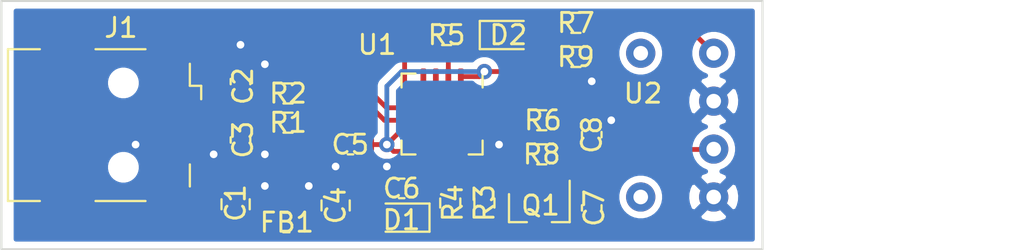
<source format=kicad_pcb>
(kicad_pcb (version 20171130) (host pcbnew 5.1.10)

  (general
    (thickness 1.6)
    (drawings 5)
    (tracks 152)
    (zones 0)
    (modules 24)
    (nets 26)
  )

  (page A4)
  (layers
    (0 F.Cu signal)
    (31 B.Cu signal)
    (32 B.Adhes user)
    (33 F.Adhes user)
    (34 B.Paste user)
    (35 F.Paste user)
    (36 B.SilkS user)
    (37 F.SilkS user)
    (38 B.Mask user)
    (39 F.Mask user)
    (40 Dwgs.User user)
    (41 Cmts.User user)
    (42 Eco1.User user)
    (43 Eco2.User user)
    (44 Edge.Cuts user)
    (45 Margin user)
    (46 B.CrtYd user)
    (47 F.CrtYd user)
    (48 B.Fab user)
    (49 F.Fab user hide)
  )

  (setup
    (last_trace_width 0.25)
    (trace_clearance 0.2)
    (zone_clearance 0.35)
    (zone_45_only no)
    (trace_min 0.2)
    (via_size 0.8)
    (via_drill 0.4)
    (via_min_size 0.4)
    (via_min_drill 0.3)
    (uvia_size 0.3)
    (uvia_drill 0.1)
    (uvias_allowed no)
    (uvia_min_size 0.2)
    (uvia_min_drill 0.1)
    (edge_width 0.05)
    (segment_width 0.2)
    (pcb_text_width 0.3)
    (pcb_text_size 1.5 1.5)
    (mod_edge_width 0.12)
    (mod_text_size 1 1)
    (mod_text_width 0.15)
    (pad_size 1.524 1.524)
    (pad_drill 0.762)
    (pad_to_mask_clearance 0)
    (aux_axis_origin 0 0)
    (visible_elements FFFFFF7F)
    (pcbplotparams
      (layerselection 0x010fc_ffffffff)
      (usegerberextensions false)
      (usegerberattributes true)
      (usegerberadvancedattributes true)
      (creategerberjobfile true)
      (excludeedgelayer true)
      (linewidth 0.100000)
      (plotframeref false)
      (viasonmask false)
      (mode 1)
      (useauxorigin false)
      (hpglpennumber 1)
      (hpglpenspeed 20)
      (hpglpendiameter 15.000000)
      (psnegative false)
      (psa4output false)
      (plotreference true)
      (plotvalue true)
      (plotinvisibletext false)
      (padsonsilk false)
      (subtractmaskfromsilk false)
      (outputformat 1)
      (mirror false)
      (drillshape 1)
      (scaleselection 1)
      (outputdirectory ""))
  )

  (net 0 "")
  (net 1 GND)
  (net 2 "Net-(C1-Pad1)")
  (net 3 +5V)
  (net 4 +3V3)
  (net 5 "Net-(C7-Pad2)")
  (net 6 "Net-(C7-Pad1)")
  (net 7 "Net-(D1-Pad1)")
  (net 8 "Net-(D2-Pad1)")
  (net 9 "Net-(R3-Pad2)")
  (net 10 "Net-(R4-Pad2)")
  (net 11 "Net-(R5-Pad2)")
  (net 12 "Net-(R6-Pad2)")
  (net 13 "Net-(R7-Pad1)")
  (net 14 "Net-(R9-Pad1)")
  (net 15 "Net-(U1-Pad4)")
  (net 16 "Net-(U1-Pad15)")
  (net 17 "Net-(U1-Pad16)")
  (net 18 "Net-(U2-Pad1)")
  (net 19 "Net-(U2-Pad4)")
  (net 20 /UD_N)
  (net 21 /UD_P)
  (net 22 /UT_P)
  (net 23 /UT_N)
  (net 24 "Net-(J1-Pad6)")
  (net 25 "Net-(J1-Pad4)")

  (net_class Default "This is the default net class."
    (clearance 0.2)
    (trace_width 0.25)
    (via_dia 0.8)
    (via_drill 0.4)
    (uvia_dia 0.3)
    (uvia_drill 0.1)
    (add_net +3V3)
    (add_net +5V)
    (add_net /UD_N)
    (add_net /UD_P)
    (add_net /UT_N)
    (add_net /UT_P)
    (add_net GND)
    (add_net "Net-(C1-Pad1)")
    (add_net "Net-(C7-Pad1)")
    (add_net "Net-(C7-Pad2)")
    (add_net "Net-(D1-Pad1)")
    (add_net "Net-(D2-Pad1)")
    (add_net "Net-(J1-Pad4)")
    (add_net "Net-(J1-Pad6)")
    (add_net "Net-(R3-Pad2)")
    (add_net "Net-(R4-Pad2)")
    (add_net "Net-(R5-Pad2)")
    (add_net "Net-(R6-Pad2)")
    (add_net "Net-(R7-Pad1)")
    (add_net "Net-(R9-Pad1)")
    (add_net "Net-(U1-Pad15)")
    (add_net "Net-(U1-Pad16)")
    (add_net "Net-(U1-Pad4)")
    (add_net "Net-(U2-Pad1)")
    (add_net "Net-(U2-Pad4)")
  )

  (module fibre:HFBR-X515XZ (layer F.Cu) (tedit 60A57788) (tstamp 60A7123C)
    (at 100.584 53.086)
    (path /60A9EA3C)
    (fp_text reference U2 (at -3.683 -1.651) (layer F.SilkS)
      (effects (font (size 1 1) (thickness 0.15)))
    )
    (fp_text value HFBR-2515BZ (at 8.89 0) (layer F.Fab)
      (effects (font (size 1 1) (thickness 0.15)))
    )
    (fp_line (start 13.7 4) (end 12.3 4) (layer Dwgs.User) (width 0.12))
    (fp_line (start 12.3 2.75) (end 12.3 4) (layer Dwgs.User) (width 0.12))
    (fp_line (start 13.7 2.75) (end 13.7 4) (layer Dwgs.User) (width 0.12))
    (fp_line (start 12.3 -2.75) (end 12.3 -4) (layer Dwgs.User) (width 0.12))
    (fp_line (start 13.7 -4) (end 12.3 -4) (layer Dwgs.User) (width 0.12))
    (fp_line (start 13.7 -2.75) (end 13.7 -4) (layer Dwgs.User) (width 0.12))
    (fp_line (start 2.5 -6.25) (end 2.5 -2.75) (layer Dwgs.User) (width 0.12))
    (fp_line (start 16.1 -2.75) (end 2.5 -2.75) (layer Dwgs.User) (width 0.12))
    (fp_line (start 16.1 2.75) (end 16.1 -2.75) (layer Dwgs.User) (width 0.12))
    (fp_line (start 2.5 2.75) (end 16.1 2.75) (layer Dwgs.User) (width 0.12))
    (fp_line (start 2.5 2.75) (end 2.5 6.25) (layer Dwgs.User) (width 0.12))
    (fp_line (start -5.1 6.25) (end 2.5 6.25) (layer Dwgs.User) (width 0.12))
    (fp_line (start -5.1 -6.25) (end -5.1 6.25) (layer Dwgs.User) (width 0.12))
    (fp_line (start 2.5 -6.25) (end -5.1 -6.25) (layer Dwgs.User) (width 0.12))
    (pad 4 thru_hole circle (at -3.8 3.75) (size 1.524 1.524) (drill 0.762) (layers *.Cu *.Mask)
      (net 19 "Net-(U2-Pad4)"))
    (pad 1 thru_hole circle (at -3.8 -3.75) (size 1.524 1.524) (drill 0.762) (layers *.Cu *.Mask)
      (net 18 "Net-(U2-Pad1)"))
    (pad 8 thru_hole circle (at 0 -3.75) (size 1.524 1.524) (drill 0.762) (layers *.Cu *.Mask)
      (net 14 "Net-(R9-Pad1)"))
    (pad 7 thru_hole circle (at 0 -1.25) (size 1.524 1.524) (drill 0.762) (layers *.Cu *.Mask)
      (net 1 GND))
    (pad 6 thru_hole circle (at 0 1.25) (size 1.524 1.524) (drill 0.762) (layers *.Cu *.Mask)
      (net 5 "Net-(C7-Pad2)"))
    (pad 5 thru_hole circle (at 0 3.75) (size 1.524 1.524) (drill 0.762) (layers *.Cu *.Mask)
      (net 1 GND))
  )

  (module Capacitor_SMD:C_0805_2012Metric (layer F.Cu) (tedit 5F68FEEE) (tstamp 60A6CE50)
    (at 75.692 57.216 90)
    (descr "Capacitor SMD 0805 (2012 Metric), square (rectangular) end terminal, IPC_7351 nominal, (Body size source: IPC-SM-782 page 76, https://www.pcb-3d.com/wordpress/wp-content/uploads/ipc-sm-782a_amendment_1_and_2.pdf, https://docs.google.com/spreadsheets/d/1BsfQQcO9C6DZCsRaXUlFlo91Tg2WpOkGARC1WS5S8t0/edit?usp=sharing), generated with kicad-footprint-generator")
    (tags capacitor)
    (path /60A57EF9)
    (attr smd)
    (fp_text reference C1 (at 0.066 0 90) (layer F.SilkS)
      (effects (font (size 1 1) (thickness 0.15)))
    )
    (fp_text value 10u (at 0 1.68 90) (layer F.Fab)
      (effects (font (size 1 1) (thickness 0.15)))
    )
    (fp_line (start -1 0.625) (end -1 -0.625) (layer F.Fab) (width 0.1))
    (fp_line (start -1 -0.625) (end 1 -0.625) (layer F.Fab) (width 0.1))
    (fp_line (start 1 -0.625) (end 1 0.625) (layer F.Fab) (width 0.1))
    (fp_line (start 1 0.625) (end -1 0.625) (layer F.Fab) (width 0.1))
    (fp_line (start -0.261252 -0.735) (end 0.261252 -0.735) (layer F.SilkS) (width 0.12))
    (fp_line (start -0.261252 0.735) (end 0.261252 0.735) (layer F.SilkS) (width 0.12))
    (fp_line (start -1.7 0.98) (end -1.7 -0.98) (layer F.CrtYd) (width 0.05))
    (fp_line (start -1.7 -0.98) (end 1.7 -0.98) (layer F.CrtYd) (width 0.05))
    (fp_line (start 1.7 -0.98) (end 1.7 0.98) (layer F.CrtYd) (width 0.05))
    (fp_line (start 1.7 0.98) (end -1.7 0.98) (layer F.CrtYd) (width 0.05))
    (fp_text user %R (at 0 0 90) (layer F.Fab)
      (effects (font (size 0.5 0.5) (thickness 0.08)))
    )
    (pad 2 smd roundrect (at 0.95 0 90) (size 1 1.45) (layers F.Cu F.Paste F.Mask) (roundrect_rratio 0.25)
      (net 1 GND))
    (pad 1 smd roundrect (at -0.95 0 90) (size 1 1.45) (layers F.Cu F.Paste F.Mask) (roundrect_rratio 0.25)
      (net 2 "Net-(C1-Pad1)"))
    (model ${KISYS3DMOD}/Capacitor_SMD.3dshapes/C_0805_2012Metric.wrl
      (at (xyz 0 0 0))
      (scale (xyz 1 1 1))
      (rotate (xyz 0 0 0))
    )
  )

  (module Capacitor_SMD:C_0603_1608Metric (layer F.Cu) (tedit 5F68FEEE) (tstamp 60A6511B)
    (at 75.946 50.813 270)
    (descr "Capacitor SMD 0603 (1608 Metric), square (rectangular) end terminal, IPC_7351 nominal, (Body size source: IPC-SM-782 page 76, https://www.pcb-3d.com/wordpress/wp-content/uploads/ipc-sm-782a_amendment_1_and_2.pdf), generated with kicad-footprint-generator")
    (tags capacitor)
    (path /60A5862C)
    (attr smd)
    (fp_text reference C2 (at 0.241 -0.127 90) (layer F.SilkS)
      (effects (font (size 1 1) (thickness 0.15)))
    )
    (fp_text value 47p (at 0 1.43 90) (layer F.Fab)
      (effects (font (size 1 1) (thickness 0.15)))
    )
    (fp_line (start -0.8 0.4) (end -0.8 -0.4) (layer F.Fab) (width 0.1))
    (fp_line (start -0.8 -0.4) (end 0.8 -0.4) (layer F.Fab) (width 0.1))
    (fp_line (start 0.8 -0.4) (end 0.8 0.4) (layer F.Fab) (width 0.1))
    (fp_line (start 0.8 0.4) (end -0.8 0.4) (layer F.Fab) (width 0.1))
    (fp_line (start -0.14058 -0.51) (end 0.14058 -0.51) (layer F.SilkS) (width 0.12))
    (fp_line (start -0.14058 0.51) (end 0.14058 0.51) (layer F.SilkS) (width 0.12))
    (fp_line (start -1.48 0.73) (end -1.48 -0.73) (layer F.CrtYd) (width 0.05))
    (fp_line (start -1.48 -0.73) (end 1.48 -0.73) (layer F.CrtYd) (width 0.05))
    (fp_line (start 1.48 -0.73) (end 1.48 0.73) (layer F.CrtYd) (width 0.05))
    (fp_line (start 1.48 0.73) (end -1.48 0.73) (layer F.CrtYd) (width 0.05))
    (fp_text user %R (at 0 0 90) (layer F.Fab)
      (effects (font (size 0.4 0.4) (thickness 0.06)))
    )
    (pad 2 smd roundrect (at 0.775 0 270) (size 0.9 0.95) (layers F.Cu F.Paste F.Mask) (roundrect_rratio 0.25)
      (net 20 /UD_N))
    (pad 1 smd roundrect (at -0.775 0 270) (size 0.9 0.95) (layers F.Cu F.Paste F.Mask) (roundrect_rratio 0.25)
      (net 1 GND))
    (model ${KISYS3DMOD}/Capacitor_SMD.3dshapes/C_0603_1608Metric.wrl
      (at (xyz 0 0 0))
      (scale (xyz 1 1 1))
      (rotate (xyz 0 0 0))
    )
  )

  (module Capacitor_SMD:C_0603_1608Metric (layer F.Cu) (tedit 5F68FEEE) (tstamp 60A70742)
    (at 75.946 53.861 270)
    (descr "Capacitor SMD 0603 (1608 Metric), square (rectangular) end terminal, IPC_7351 nominal, (Body size source: IPC-SM-782 page 76, https://www.pcb-3d.com/wordpress/wp-content/uploads/ipc-sm-782a_amendment_1_and_2.pdf), generated with kicad-footprint-generator")
    (tags capacitor)
    (path /60A58FC0)
    (attr smd)
    (fp_text reference C3 (at -0.013 -0.127 90) (layer F.SilkS)
      (effects (font (size 1 1) (thickness 0.15)))
    )
    (fp_text value 47p (at 0 1.43 90) (layer F.Fab)
      (effects (font (size 1 1) (thickness 0.15)))
    )
    (fp_line (start 1.48 0.73) (end -1.48 0.73) (layer F.CrtYd) (width 0.05))
    (fp_line (start 1.48 -0.73) (end 1.48 0.73) (layer F.CrtYd) (width 0.05))
    (fp_line (start -1.48 -0.73) (end 1.48 -0.73) (layer F.CrtYd) (width 0.05))
    (fp_line (start -1.48 0.73) (end -1.48 -0.73) (layer F.CrtYd) (width 0.05))
    (fp_line (start -0.14058 0.51) (end 0.14058 0.51) (layer F.SilkS) (width 0.12))
    (fp_line (start -0.14058 -0.51) (end 0.14058 -0.51) (layer F.SilkS) (width 0.12))
    (fp_line (start 0.8 0.4) (end -0.8 0.4) (layer F.Fab) (width 0.1))
    (fp_line (start 0.8 -0.4) (end 0.8 0.4) (layer F.Fab) (width 0.1))
    (fp_line (start -0.8 -0.4) (end 0.8 -0.4) (layer F.Fab) (width 0.1))
    (fp_line (start -0.8 0.4) (end -0.8 -0.4) (layer F.Fab) (width 0.1))
    (fp_text user %R (at 0 0 90) (layer F.Fab)
      (effects (font (size 0.4 0.4) (thickness 0.06)))
    )
    (pad 1 smd roundrect (at -0.775 0 270) (size 0.9 0.95) (layers F.Cu F.Paste F.Mask) (roundrect_rratio 0.25)
      (net 21 /UD_P))
    (pad 2 smd roundrect (at 0.775 0 270) (size 0.9 0.95) (layers F.Cu F.Paste F.Mask) (roundrect_rratio 0.25)
      (net 1 GND))
    (model ${KISYS3DMOD}/Capacitor_SMD.3dshapes/C_0603_1608Metric.wrl
      (at (xyz 0 0 0))
      (scale (xyz 1 1 1))
      (rotate (xyz 0 0 0))
    )
  )

  (module Capacitor_SMD:C_0805_2012Metric (layer F.Cu) (tedit 5F68FEEE) (tstamp 60A6EA71)
    (at 80.899 57.277 270)
    (descr "Capacitor SMD 0805 (2012 Metric), square (rectangular) end terminal, IPC_7351 nominal, (Body size source: IPC-SM-782 page 76, https://www.pcb-3d.com/wordpress/wp-content/uploads/ipc-sm-782a_amendment_1_and_2.pdf, https://docs.google.com/spreadsheets/d/1BsfQQcO9C6DZCsRaXUlFlo91Tg2WpOkGARC1WS5S8t0/edit?usp=sharing), generated with kicad-footprint-generator")
    (tags capacitor)
    (path /60A6E819)
    (attr smd)
    (fp_text reference C4 (at 0 0 90) (layer F.SilkS)
      (effects (font (size 1 1) (thickness 0.15)))
    )
    (fp_text value 4u7 (at 0 1.68 90) (layer F.Fab)
      (effects (font (size 1 1) (thickness 0.15)))
    )
    (fp_line (start 1.7 0.98) (end -1.7 0.98) (layer F.CrtYd) (width 0.05))
    (fp_line (start 1.7 -0.98) (end 1.7 0.98) (layer F.CrtYd) (width 0.05))
    (fp_line (start -1.7 -0.98) (end 1.7 -0.98) (layer F.CrtYd) (width 0.05))
    (fp_line (start -1.7 0.98) (end -1.7 -0.98) (layer F.CrtYd) (width 0.05))
    (fp_line (start -0.261252 0.735) (end 0.261252 0.735) (layer F.SilkS) (width 0.12))
    (fp_line (start -0.261252 -0.735) (end 0.261252 -0.735) (layer F.SilkS) (width 0.12))
    (fp_line (start 1 0.625) (end -1 0.625) (layer F.Fab) (width 0.1))
    (fp_line (start 1 -0.625) (end 1 0.625) (layer F.Fab) (width 0.1))
    (fp_line (start -1 -0.625) (end 1 -0.625) (layer F.Fab) (width 0.1))
    (fp_line (start -1 0.625) (end -1 -0.625) (layer F.Fab) (width 0.1))
    (fp_text user %R (at 0 0 90) (layer F.Fab)
      (effects (font (size 0.5 0.5) (thickness 0.08)))
    )
    (pad 1 smd roundrect (at -0.95 0 270) (size 1 1.45) (layers F.Cu F.Paste F.Mask) (roundrect_rratio 0.25)
      (net 1 GND))
    (pad 2 smd roundrect (at 0.95 0 270) (size 1 1.45) (layers F.Cu F.Paste F.Mask) (roundrect_rratio 0.25)
      (net 3 +5V))
    (model ${KISYS3DMOD}/Capacitor_SMD.3dshapes/C_0805_2012Metric.wrl
      (at (xyz 0 0 0))
      (scale (xyz 1 1 1))
      (rotate (xyz 0 0 0))
    )
  )

  (module Capacitor_SMD:C_0603_1608Metric (layer F.Cu) (tedit 5F68FEEE) (tstamp 60A6DCC2)
    (at 81.674 54.102 180)
    (descr "Capacitor SMD 0603 (1608 Metric), square (rectangular) end terminal, IPC_7351 nominal, (Body size source: IPC-SM-782 page 76, https://www.pcb-3d.com/wordpress/wp-content/uploads/ipc-sm-782a_amendment_1_and_2.pdf), generated with kicad-footprint-generator")
    (tags capacitor)
    (path /60A6ACE0)
    (attr smd)
    (fp_text reference C5 (at 0.013 0) (layer F.SilkS)
      (effects (font (size 1 1) (thickness 0.15)))
    )
    (fp_text value 100n (at 0 1.43) (layer F.Fab)
      (effects (font (size 1 1) (thickness 0.15)))
    )
    (fp_line (start 1.48 0.73) (end -1.48 0.73) (layer F.CrtYd) (width 0.05))
    (fp_line (start 1.48 -0.73) (end 1.48 0.73) (layer F.CrtYd) (width 0.05))
    (fp_line (start -1.48 -0.73) (end 1.48 -0.73) (layer F.CrtYd) (width 0.05))
    (fp_line (start -1.48 0.73) (end -1.48 -0.73) (layer F.CrtYd) (width 0.05))
    (fp_line (start -0.14058 0.51) (end 0.14058 0.51) (layer F.SilkS) (width 0.12))
    (fp_line (start -0.14058 -0.51) (end 0.14058 -0.51) (layer F.SilkS) (width 0.12))
    (fp_line (start 0.8 0.4) (end -0.8 0.4) (layer F.Fab) (width 0.1))
    (fp_line (start 0.8 -0.4) (end 0.8 0.4) (layer F.Fab) (width 0.1))
    (fp_line (start -0.8 -0.4) (end 0.8 -0.4) (layer F.Fab) (width 0.1))
    (fp_line (start -0.8 0.4) (end -0.8 -0.4) (layer F.Fab) (width 0.1))
    (fp_text user %R (at 0 0) (layer F.Fab)
      (effects (font (size 0.4 0.4) (thickness 0.06)))
    )
    (pad 1 smd roundrect (at -0.775 0 180) (size 0.9 0.95) (layers F.Cu F.Paste F.Mask) (roundrect_rratio 0.25)
      (net 4 +3V3))
    (pad 2 smd roundrect (at 0.775 0 180) (size 0.9 0.95) (layers F.Cu F.Paste F.Mask) (roundrect_rratio 0.25)
      (net 1 GND))
    (model ${KISYS3DMOD}/Capacitor_SMD.3dshapes/C_0603_1608Metric.wrl
      (at (xyz 0 0 0))
      (scale (xyz 1 1 1))
      (rotate (xyz 0 0 0))
    )
  )

  (module Capacitor_SMD:C_0603_1608Metric (layer F.Cu) (tedit 5F68FEEE) (tstamp 60A6515F)
    (at 84.341 56.388 180)
    (descr "Capacitor SMD 0603 (1608 Metric), square (rectangular) end terminal, IPC_7351 nominal, (Body size source: IPC-SM-782 page 76, https://www.pcb-3d.com/wordpress/wp-content/uploads/ipc-sm-782a_amendment_1_and_2.pdf), generated with kicad-footprint-generator")
    (tags capacitor)
    (path /60A6FC53)
    (attr smd)
    (fp_text reference C6 (at 0 0) (layer F.SilkS)
      (effects (font (size 1 1) (thickness 0.15)))
    )
    (fp_text value 100n (at 0 1.43) (layer F.Fab)
      (effects (font (size 1 1) (thickness 0.15)))
    )
    (fp_line (start -0.8 0.4) (end -0.8 -0.4) (layer F.Fab) (width 0.1))
    (fp_line (start -0.8 -0.4) (end 0.8 -0.4) (layer F.Fab) (width 0.1))
    (fp_line (start 0.8 -0.4) (end 0.8 0.4) (layer F.Fab) (width 0.1))
    (fp_line (start 0.8 0.4) (end -0.8 0.4) (layer F.Fab) (width 0.1))
    (fp_line (start -0.14058 -0.51) (end 0.14058 -0.51) (layer F.SilkS) (width 0.12))
    (fp_line (start -0.14058 0.51) (end 0.14058 0.51) (layer F.SilkS) (width 0.12))
    (fp_line (start -1.48 0.73) (end -1.48 -0.73) (layer F.CrtYd) (width 0.05))
    (fp_line (start -1.48 -0.73) (end 1.48 -0.73) (layer F.CrtYd) (width 0.05))
    (fp_line (start 1.48 -0.73) (end 1.48 0.73) (layer F.CrtYd) (width 0.05))
    (fp_line (start 1.48 0.73) (end -1.48 0.73) (layer F.CrtYd) (width 0.05))
    (fp_text user %R (at 0 0) (layer F.Fab)
      (effects (font (size 0.4 0.4) (thickness 0.06)))
    )
    (pad 2 smd roundrect (at 0.775 0 180) (size 0.9 0.95) (layers F.Cu F.Paste F.Mask) (roundrect_rratio 0.25)
      (net 1 GND))
    (pad 1 smd roundrect (at -0.775 0 180) (size 0.9 0.95) (layers F.Cu F.Paste F.Mask) (roundrect_rratio 0.25)
      (net 3 +5V))
    (model ${KISYS3DMOD}/Capacitor_SMD.3dshapes/C_0603_1608Metric.wrl
      (at (xyz 0 0 0))
      (scale (xyz 1 1 1))
      (rotate (xyz 0 0 0))
    )
  )

  (module Capacitor_SMD:C_0603_1608Metric (layer F.Cu) (tedit 5F68FEEE) (tstamp 60A65170)
    (at 94.234 57.404 270)
    (descr "Capacitor SMD 0603 (1608 Metric), square (rectangular) end terminal, IPC_7351 nominal, (Body size source: IPC-SM-782 page 76, https://www.pcb-3d.com/wordpress/wp-content/uploads/ipc-sm-782a_amendment_1_and_2.pdf), generated with kicad-footprint-generator")
    (tags capacitor)
    (path /60AB1123)
    (attr smd)
    (fp_text reference C7 (at 0 -0.127 90) (layer F.SilkS)
      (effects (font (size 1 1) (thickness 0.15)))
    )
    (fp_text value 100n (at 0 1.43 90) (layer F.Fab)
      (effects (font (size 1 1) (thickness 0.15)))
    )
    (fp_line (start -0.8 0.4) (end -0.8 -0.4) (layer F.Fab) (width 0.1))
    (fp_line (start -0.8 -0.4) (end 0.8 -0.4) (layer F.Fab) (width 0.1))
    (fp_line (start 0.8 -0.4) (end 0.8 0.4) (layer F.Fab) (width 0.1))
    (fp_line (start 0.8 0.4) (end -0.8 0.4) (layer F.Fab) (width 0.1))
    (fp_line (start -0.14058 -0.51) (end 0.14058 -0.51) (layer F.SilkS) (width 0.12))
    (fp_line (start -0.14058 0.51) (end 0.14058 0.51) (layer F.SilkS) (width 0.12))
    (fp_line (start -1.48 0.73) (end -1.48 -0.73) (layer F.CrtYd) (width 0.05))
    (fp_line (start -1.48 -0.73) (end 1.48 -0.73) (layer F.CrtYd) (width 0.05))
    (fp_line (start 1.48 -0.73) (end 1.48 0.73) (layer F.CrtYd) (width 0.05))
    (fp_line (start 1.48 0.73) (end -1.48 0.73) (layer F.CrtYd) (width 0.05))
    (fp_text user %R (at 0 0 90) (layer F.Fab)
      (effects (font (size 0.4 0.4) (thickness 0.06)))
    )
    (pad 2 smd roundrect (at 0.775 0 270) (size 0.9 0.95) (layers F.Cu F.Paste F.Mask) (roundrect_rratio 0.25)
      (net 5 "Net-(C7-Pad2)"))
    (pad 1 smd roundrect (at -0.775 0 270) (size 0.9 0.95) (layers F.Cu F.Paste F.Mask) (roundrect_rratio 0.25)
      (net 6 "Net-(C7-Pad1)"))
    (model ${KISYS3DMOD}/Capacitor_SMD.3dshapes/C_0603_1608Metric.wrl
      (at (xyz 0 0 0))
      (scale (xyz 1 1 1))
      (rotate (xyz 0 0 0))
    )
  )

  (module Capacitor_SMD:C_0603_1608Metric (layer F.Cu) (tedit 5F68FEEE) (tstamp 60A65181)
    (at 94.234 53.581 90)
    (descr "Capacitor SMD 0603 (1608 Metric), square (rectangular) end terminal, IPC_7351 nominal, (Body size source: IPC-SM-782 page 76, https://www.pcb-3d.com/wordpress/wp-content/uploads/ipc-sm-782a_amendment_1_and_2.pdf), generated with kicad-footprint-generator")
    (tags capacitor)
    (path /60AA8E23)
    (attr smd)
    (fp_text reference C8 (at -0.013 0 90) (layer F.SilkS)
      (effects (font (size 1 1) (thickness 0.15)))
    )
    (fp_text value 100n (at 0 1.43 90) (layer F.Fab)
      (effects (font (size 1 1) (thickness 0.15)))
    )
    (fp_line (start 1.48 0.73) (end -1.48 0.73) (layer F.CrtYd) (width 0.05))
    (fp_line (start 1.48 -0.73) (end 1.48 0.73) (layer F.CrtYd) (width 0.05))
    (fp_line (start -1.48 -0.73) (end 1.48 -0.73) (layer F.CrtYd) (width 0.05))
    (fp_line (start -1.48 0.73) (end -1.48 -0.73) (layer F.CrtYd) (width 0.05))
    (fp_line (start -0.14058 0.51) (end 0.14058 0.51) (layer F.SilkS) (width 0.12))
    (fp_line (start -0.14058 -0.51) (end 0.14058 -0.51) (layer F.SilkS) (width 0.12))
    (fp_line (start 0.8 0.4) (end -0.8 0.4) (layer F.Fab) (width 0.1))
    (fp_line (start 0.8 -0.4) (end 0.8 0.4) (layer F.Fab) (width 0.1))
    (fp_line (start -0.8 -0.4) (end 0.8 -0.4) (layer F.Fab) (width 0.1))
    (fp_line (start -0.8 0.4) (end -0.8 -0.4) (layer F.Fab) (width 0.1))
    (fp_text user %R (at 0 0 90) (layer F.Fab)
      (effects (font (size 0.4 0.4) (thickness 0.06)))
    )
    (pad 1 smd roundrect (at -0.775 0 90) (size 0.9 0.95) (layers F.Cu F.Paste F.Mask) (roundrect_rratio 0.25)
      (net 5 "Net-(C7-Pad2)"))
    (pad 2 smd roundrect (at 0.775 0 90) (size 0.9 0.95) (layers F.Cu F.Paste F.Mask) (roundrect_rratio 0.25)
      (net 1 GND))
    (model ${KISYS3DMOD}/Capacitor_SMD.3dshapes/C_0603_1608Metric.wrl
      (at (xyz 0 0 0))
      (scale (xyz 1 1 1))
      (rotate (xyz 0 0 0))
    )
  )

  (module Diode_SMD:D_0603_1608Metric (layer F.Cu) (tedit 5F68FEF0) (tstamp 60A6DB54)
    (at 84.3025 57.912 180)
    (descr "Diode SMD 0603 (1608 Metric), square (rectangular) end terminal, IPC_7351 nominal, (Body size source: http://www.tortai-tech.com/upload/download/2011102023233369053.pdf), generated with kicad-footprint-generator")
    (tags diode)
    (path /60A764AE)
    (attr smd)
    (fp_text reference D1 (at -0.0255 -0.127) (layer F.SilkS)
      (effects (font (size 1 1) (thickness 0.15)))
    )
    (fp_text value Gn (at 0 1.43) (layer F.Fab)
      (effects (font (size 1 1) (thickness 0.15)))
    )
    (fp_line (start 1.48 0.73) (end -1.48 0.73) (layer F.CrtYd) (width 0.05))
    (fp_line (start 1.48 -0.73) (end 1.48 0.73) (layer F.CrtYd) (width 0.05))
    (fp_line (start -1.48 -0.73) (end 1.48 -0.73) (layer F.CrtYd) (width 0.05))
    (fp_line (start -1.48 0.73) (end -1.48 -0.73) (layer F.CrtYd) (width 0.05))
    (fp_line (start -1.485 0.735) (end 0.8 0.735) (layer F.SilkS) (width 0.12))
    (fp_line (start -1.485 -0.735) (end -1.485 0.735) (layer F.SilkS) (width 0.12))
    (fp_line (start 0.8 -0.735) (end -1.485 -0.735) (layer F.SilkS) (width 0.12))
    (fp_line (start 0.8 0.4) (end 0.8 -0.4) (layer F.Fab) (width 0.1))
    (fp_line (start -0.8 0.4) (end 0.8 0.4) (layer F.Fab) (width 0.1))
    (fp_line (start -0.8 -0.1) (end -0.8 0.4) (layer F.Fab) (width 0.1))
    (fp_line (start -0.5 -0.4) (end -0.8 -0.1) (layer F.Fab) (width 0.1))
    (fp_line (start 0.8 -0.4) (end -0.5 -0.4) (layer F.Fab) (width 0.1))
    (fp_text user %R (at 0 0 270) (layer F.Fab)
      (effects (font (size 0.4 0.4) (thickness 0.06)))
    )
    (pad 1 smd roundrect (at -0.7875 0 180) (size 0.875 0.95) (layers F.Cu F.Paste F.Mask) (roundrect_rratio 0.25)
      (net 7 "Net-(D1-Pad1)"))
    (pad 2 smd roundrect (at 0.7875 0 180) (size 0.875 0.95) (layers F.Cu F.Paste F.Mask) (roundrect_rratio 0.25)
      (net 4 +3V3))
    (model ${KISYS3DMOD}/Diode_SMD.3dshapes/D_0603_1608Metric.wrl
      (at (xyz 0 0 0))
      (scale (xyz 1 1 1))
      (rotate (xyz 0 0 0))
    )
  )

  (module Diode_SMD:D_0603_1608Metric (layer F.Cu) (tedit 5F68FEF0) (tstamp 60A70C5A)
    (at 89.8905 48.387)
    (descr "Diode SMD 0603 (1608 Metric), square (rectangular) end terminal, IPC_7351 nominal, (Body size source: http://www.tortai-tech.com/upload/download/2011102023233369053.pdf), generated with kicad-footprint-generator")
    (tags diode)
    (path /60A77032)
    (attr smd)
    (fp_text reference D2 (at 0 0) (layer F.SilkS)
      (effects (font (size 1 1) (thickness 0.15)))
    )
    (fp_text value n.p (at 0 1.43) (layer F.Fab)
      (effects (font (size 1 1) (thickness 0.15)))
    )
    (fp_line (start 0.8 -0.4) (end -0.5 -0.4) (layer F.Fab) (width 0.1))
    (fp_line (start -0.5 -0.4) (end -0.8 -0.1) (layer F.Fab) (width 0.1))
    (fp_line (start -0.8 -0.1) (end -0.8 0.4) (layer F.Fab) (width 0.1))
    (fp_line (start -0.8 0.4) (end 0.8 0.4) (layer F.Fab) (width 0.1))
    (fp_line (start 0.8 0.4) (end 0.8 -0.4) (layer F.Fab) (width 0.1))
    (fp_line (start 0.8 -0.735) (end -1.485 -0.735) (layer F.SilkS) (width 0.12))
    (fp_line (start -1.485 -0.735) (end -1.485 0.735) (layer F.SilkS) (width 0.12))
    (fp_line (start -1.485 0.735) (end 0.8 0.735) (layer F.SilkS) (width 0.12))
    (fp_line (start -1.48 0.73) (end -1.48 -0.73) (layer F.CrtYd) (width 0.05))
    (fp_line (start -1.48 -0.73) (end 1.48 -0.73) (layer F.CrtYd) (width 0.05))
    (fp_line (start 1.48 -0.73) (end 1.48 0.73) (layer F.CrtYd) (width 0.05))
    (fp_line (start 1.48 0.73) (end -1.48 0.73) (layer F.CrtYd) (width 0.05))
    (fp_text user %R (at 0 0) (layer F.Fab)
      (effects (font (size 0.4 0.4) (thickness 0.06)))
    )
    (pad 2 smd roundrect (at 0.7875 0) (size 0.875 0.95) (layers F.Cu F.Paste F.Mask) (roundrect_rratio 0.25)
      (net 4 +3V3))
    (pad 1 smd roundrect (at -0.7875 0) (size 0.875 0.95) (layers F.Cu F.Paste F.Mask) (roundrect_rratio 0.25)
      (net 8 "Net-(D2-Pad1)"))
    (model ${KISYS3DMOD}/Diode_SMD.3dshapes/D_0603_1608Metric.wrl
      (at (xyz 0 0 0))
      (scale (xyz 1 1 1))
      (rotate (xyz 0 0 0))
    )
  )

  (module Inductor_SMD:L_0603_1608Metric (layer F.Cu) (tedit 5F68FEF0) (tstamp 60A7027B)
    (at 78.3335 58.166 180)
    (descr "Inductor SMD 0603 (1608 Metric), square (rectangular) end terminal, IPC_7351 nominal, (Body size source: http://www.tortai-tech.com/upload/download/2011102023233369053.pdf), generated with kicad-footprint-generator")
    (tags inductor)
    (path /60A572AF)
    (attr smd)
    (fp_text reference FB1 (at -0.0255 0) (layer F.SilkS)
      (effects (font (size 1 1) (thickness 0.15)))
    )
    (fp_text value BLM18AG601SN1D (at 0 1.43) (layer F.Fab)
      (effects (font (size 1 1) (thickness 0.15)))
    )
    (fp_line (start 1.48 0.73) (end -1.48 0.73) (layer F.CrtYd) (width 0.05))
    (fp_line (start 1.48 -0.73) (end 1.48 0.73) (layer F.CrtYd) (width 0.05))
    (fp_line (start -1.48 -0.73) (end 1.48 -0.73) (layer F.CrtYd) (width 0.05))
    (fp_line (start -1.48 0.73) (end -1.48 -0.73) (layer F.CrtYd) (width 0.05))
    (fp_line (start -0.162779 0.51) (end 0.162779 0.51) (layer F.SilkS) (width 0.12))
    (fp_line (start -0.162779 -0.51) (end 0.162779 -0.51) (layer F.SilkS) (width 0.12))
    (fp_line (start 0.8 0.4) (end -0.8 0.4) (layer F.Fab) (width 0.1))
    (fp_line (start 0.8 -0.4) (end 0.8 0.4) (layer F.Fab) (width 0.1))
    (fp_line (start -0.8 -0.4) (end 0.8 -0.4) (layer F.Fab) (width 0.1))
    (fp_line (start -0.8 0.4) (end -0.8 -0.4) (layer F.Fab) (width 0.1))
    (fp_text user %R (at 0 0) (layer F.Fab)
      (effects (font (size 0.4 0.4) (thickness 0.06)))
    )
    (pad 1 smd roundrect (at -0.7875 0 180) (size 0.875 0.95) (layers F.Cu F.Paste F.Mask) (roundrect_rratio 0.25)
      (net 3 +5V))
    (pad 2 smd roundrect (at 0.7875 0 180) (size 0.875 0.95) (layers F.Cu F.Paste F.Mask) (roundrect_rratio 0.25)
      (net 2 "Net-(C1-Pad1)"))
    (model ${KISYS3DMOD}/Inductor_SMD.3dshapes/L_0603_1608Metric.wrl
      (at (xyz 0 0 0))
      (scale (xyz 1 1 1))
      (rotate (xyz 0 0 0))
    )
  )

  (module Connector_USB:USB_Mini-B_Wuerth_65100516121_Horizontal (layer F.Cu) (tedit 5D90ED94) (tstamp 60A651E8)
    (at 69.85 53.086 270)
    (descr "Mini USB 2.0 Type B SMT Horizontal 5 Contacts (https://katalog.we-online.de/em/datasheet/65100516121.pdf)")
    (tags "Mini USB 2.0 Type B")
    (path /60B5C5B5)
    (attr smd)
    (fp_text reference J1 (at -5.08 0.127 180) (layer F.SilkS)
      (effects (font (size 1 1) (thickness 0.15)))
    )
    (fp_text value USB_B_Mini (at 0 7.35 90) (layer F.Fab)
      (effects (font (size 1 1) (thickness 0.15)))
    )
    (fp_line (start -5.89 4.65) (end -5.9 1.15) (layer F.CrtYd) (width 0.05))
    (fp_line (start -4.35 -0.85) (end -5.9 -0.85) (layer F.CrtYd) (width 0.05))
    (fp_line (start -5.9 1.15) (end -4.35 1.15) (layer F.CrtYd) (width 0.05))
    (fp_line (start -4.35 4.65) (end -5.89 4.65) (layer F.CrtYd) (width 0.05))
    (fp_line (start 5.9 1.15) (end 5.9 4.65) (layer F.CrtYd) (width 0.05))
    (fp_line (start 5.9 -0.85) (end 4.35 -0.85) (layer F.CrtYd) (width 0.05))
    (fp_line (start 4.35 1.15) (end 5.9 1.15) (layer F.CrtYd) (width 0.05))
    (fp_line (start 5.9 4.65) (end 4.35 4.65) (layer F.CrtYd) (width 0.05))
    (fp_line (start 4.35 -0.85) (end 4.35 1.15) (layer F.CrtYd) (width 0.05))
    (fp_line (start -4.35 1.15) (end -4.35 -0.85) (layer F.CrtYd) (width 0.05))
    (fp_line (start 4.35 4.65) (end 4.35 6.4) (layer F.CrtYd) (width 0.05))
    (fp_line (start -4.35 6.4) (end -4.35 4.65) (layer F.CrtYd) (width 0.05))
    (fp_line (start -1.3 -3.35) (end 3.85 -3.35) (layer F.Fab) (width 0.1))
    (fp_line (start -1.6 -2.85) (end -1.3 -3.35) (layer F.Fab) (width 0.1))
    (fp_line (start -1.9 -3.35) (end -1.6 -2.85) (layer F.Fab) (width 0.1))
    (fp_line (start 4.35 6.4) (end -4.35 6.4) (layer F.CrtYd) (width 0.05))
    (fp_line (start 5.9 -4.35) (end 5.9 -0.85) (layer F.CrtYd) (width 0.05))
    (fp_line (start -5.9 -4.35) (end 5.9 -4.35) (layer F.CrtYd) (width 0.05))
    (fp_line (start -5.9 -0.85) (end -5.9 -4.35) (layer F.CrtYd) (width 0.05))
    (fp_line (start 3.96 6.01) (end 3.96 4.35) (layer F.SilkS) (width 0.12))
    (fp_line (start -3.96 6.01) (end 3.96 6.01) (layer F.SilkS) (width 0.12))
    (fp_line (start -3.96 4.35) (end -3.96 6.01) (layer F.SilkS) (width 0.12))
    (fp_line (start 2.05 -3.46) (end 3.2 -3.46) (layer F.SilkS) (width 0.12))
    (fp_line (start -2.05 -4.05) (end -1.35 -4.05) (layer F.SilkS) (width 0.12))
    (fp_line (start -2.05 -3.46) (end -2.05 -4.05) (layer F.SilkS) (width 0.12))
    (fp_line (start -3.2 -3.46) (end -2.05 -3.46) (layer F.SilkS) (width 0.12))
    (fp_line (start 3.96 -1.15) (end 3.96 1.45) (layer F.SilkS) (width 0.12))
    (fp_line (start -3.96 1.45) (end -3.96 -1.15) (layer F.SilkS) (width 0.12))
    (fp_line (start -3.85 5.9) (end -3.85 -3.35) (layer F.Fab) (width 0.1))
    (fp_line (start 3.85 5.9) (end -3.85 5.9) (layer F.Fab) (width 0.1))
    (fp_line (start 3.85 -3.35) (end 3.85 5.9) (layer F.Fab) (width 0.1))
    (fp_line (start -3.85 -3.35) (end -1.9 -3.35) (layer F.Fab) (width 0.1))
    (fp_text user %R (at 0 0 90) (layer F.Fab)
      (effects (font (size 1 1) (thickness 0.15)))
    )
    (pad 6 smd rect (at -4.4 2.9 270) (size 2 2.5) (layers F.Cu F.Paste F.Mask)
      (net 24 "Net-(J1-Pad6)"))
    (pad 6 smd rect (at 4.4 2.9 270) (size 2 2.5) (layers F.Cu F.Paste F.Mask)
      (net 24 "Net-(J1-Pad6)"))
    (pad 6 smd rect (at -4.4 -2.6 270) (size 2 2.5) (layers F.Cu F.Paste F.Mask)
      (net 24 "Net-(J1-Pad6)"))
    (pad 6 smd rect (at 4.4 -2.6 270) (size 2 2.5) (layers F.Cu F.Paste F.Mask)
      (net 24 "Net-(J1-Pad6)"))
    (pad 1 smd rect (at -1.6 -2.6 270) (size 0.5 2.5) (layers F.Cu F.Paste F.Mask)
      (net 2 "Net-(C1-Pad1)"))
    (pad 2 smd rect (at -0.8 -2.6 270) (size 0.5 2.5) (layers F.Cu F.Paste F.Mask)
      (net 20 /UD_N))
    (pad 3 smd rect (at 0 -2.6 270) (size 0.5 2.5) (layers F.Cu F.Paste F.Mask)
      (net 21 /UD_P))
    (pad 4 smd rect (at 0.8 -2.6 270) (size 0.5 2.5) (layers F.Cu F.Paste F.Mask)
      (net 25 "Net-(J1-Pad4)"))
    (pad 5 smd rect (at 1.6 -2.6 270) (size 0.5 2.5) (layers F.Cu F.Paste F.Mask)
      (net 1 GND))
    (pad "" np_thru_hole circle (at -2.2 0 270) (size 0.9 0.9) (drill 0.9) (layers *.Cu *.Mask))
    (pad "" np_thru_hole circle (at 2.2 0 270) (size 0.9 0.9) (drill 0.9) (layers *.Cu *.Mask))
    (model ${KISYS3DMOD}/Connector_USB.3dshapes/USB_Mini-B_Wuerth_65100516121_Horizontal.wrl
      (at (xyz 0 0 0))
      (scale (xyz 1 1 1))
      (rotate (xyz 0 0 0))
    )
  )

  (module Package_TO_SOT_SMD:SOT-23 (layer F.Cu) (tedit 5A02FF57) (tstamp 60A6D31D)
    (at 91.506 57.388 270)
    (descr "SOT-23, Standard")
    (tags SOT-23)
    (path /60AB1B0A)
    (attr smd)
    (fp_text reference Q1 (at -0.111 -0.061 180) (layer F.SilkS)
      (effects (font (size 1 1) (thickness 0.15)))
    )
    (fp_text value BSS83P (at 0 2.5 90) (layer F.Fab)
      (effects (font (size 1 1) (thickness 0.15)))
    )
    (fp_line (start 0.76 1.58) (end -0.7 1.58) (layer F.SilkS) (width 0.12))
    (fp_line (start 0.76 -1.58) (end -1.4 -1.58) (layer F.SilkS) (width 0.12))
    (fp_line (start -1.7 1.75) (end -1.7 -1.75) (layer F.CrtYd) (width 0.05))
    (fp_line (start 1.7 1.75) (end -1.7 1.75) (layer F.CrtYd) (width 0.05))
    (fp_line (start 1.7 -1.75) (end 1.7 1.75) (layer F.CrtYd) (width 0.05))
    (fp_line (start -1.7 -1.75) (end 1.7 -1.75) (layer F.CrtYd) (width 0.05))
    (fp_line (start 0.76 -1.58) (end 0.76 -0.65) (layer F.SilkS) (width 0.12))
    (fp_line (start 0.76 1.58) (end 0.76 0.65) (layer F.SilkS) (width 0.12))
    (fp_line (start -0.7 1.52) (end 0.7 1.52) (layer F.Fab) (width 0.1))
    (fp_line (start 0.7 -1.52) (end 0.7 1.52) (layer F.Fab) (width 0.1))
    (fp_line (start -0.7 -0.95) (end -0.15 -1.52) (layer F.Fab) (width 0.1))
    (fp_line (start -0.15 -1.52) (end 0.7 -1.52) (layer F.Fab) (width 0.1))
    (fp_line (start -0.7 -0.95) (end -0.7 1.5) (layer F.Fab) (width 0.1))
    (fp_text user %R (at 0 0 90) (layer F.Fab)
      (effects (font (size 0.5 0.5) (thickness 0.075)))
    )
    (pad 1 smd rect (at -1 -0.95 270) (size 0.9 0.8) (layers F.Cu F.Paste F.Mask)
      (net 6 "Net-(C7-Pad1)"))
    (pad 2 smd rect (at -1 0.95 270) (size 0.9 0.8) (layers F.Cu F.Paste F.Mask)
      (net 3 +5V))
    (pad 3 smd rect (at 1 0 270) (size 0.9 0.8) (layers F.Cu F.Paste F.Mask)
      (net 5 "Net-(C7-Pad2)"))
    (model ${KISYS3DMOD}/Package_TO_SOT_SMD.3dshapes/SOT-23.wrl
      (at (xyz 0 0 0))
      (scale (xyz 1 1 1))
      (rotate (xyz 0 0 0))
    )
  )

  (module Resistor_SMD:R_0603_1608Metric (layer F.Cu) (tedit 5F68FEEE) (tstamp 60A7068F)
    (at 78.422 52.959 180)
    (descr "Resistor SMD 0603 (1608 Metric), square (rectangular) end terminal, IPC_7351 nominal, (Body size source: IPC-SM-782 page 72, https://www.pcb-3d.com/wordpress/wp-content/uploads/ipc-sm-782a_amendment_1_and_2.pdf), generated with kicad-footprint-generator")
    (tags resistor)
    (path /60A57767)
    (attr smd)
    (fp_text reference R1 (at 0 0) (layer F.SilkS)
      (effects (font (size 1 1) (thickness 0.15)))
    )
    (fp_text value 27 (at 0 1.43) (layer F.Fab)
      (effects (font (size 1 1) (thickness 0.15)))
    )
    (fp_line (start 1.48 0.73) (end -1.48 0.73) (layer F.CrtYd) (width 0.05))
    (fp_line (start 1.48 -0.73) (end 1.48 0.73) (layer F.CrtYd) (width 0.05))
    (fp_line (start -1.48 -0.73) (end 1.48 -0.73) (layer F.CrtYd) (width 0.05))
    (fp_line (start -1.48 0.73) (end -1.48 -0.73) (layer F.CrtYd) (width 0.05))
    (fp_line (start -0.237258 0.5225) (end 0.237258 0.5225) (layer F.SilkS) (width 0.12))
    (fp_line (start -0.237258 -0.5225) (end 0.237258 -0.5225) (layer F.SilkS) (width 0.12))
    (fp_line (start 0.8 0.4125) (end -0.8 0.4125) (layer F.Fab) (width 0.1))
    (fp_line (start 0.8 -0.4125) (end 0.8 0.4125) (layer F.Fab) (width 0.1))
    (fp_line (start -0.8 -0.4125) (end 0.8 -0.4125) (layer F.Fab) (width 0.1))
    (fp_line (start -0.8 0.4125) (end -0.8 -0.4125) (layer F.Fab) (width 0.1))
    (fp_text user %R (at 0 0) (layer F.Fab)
      (effects (font (size 0.4 0.4) (thickness 0.06)))
    )
    (pad 1 smd roundrect (at -0.825 0 180) (size 0.8 0.95) (layers F.Cu F.Paste F.Mask) (roundrect_rratio 0.25)
      (net 22 /UT_P))
    (pad 2 smd roundrect (at 0.825 0 180) (size 0.8 0.95) (layers F.Cu F.Paste F.Mask) (roundrect_rratio 0.25)
      (net 21 /UD_P))
    (model ${KISYS3DMOD}/Resistor_SMD.3dshapes/R_0603_1608Metric.wrl
      (at (xyz 0 0 0))
      (scale (xyz 1 1 1))
      (rotate (xyz 0 0 0))
    )
  )

  (module Resistor_SMD:R_0603_1608Metric (layer F.Cu) (tedit 5F68FEEE) (tstamp 60A6E1AA)
    (at 78.422 51.435 180)
    (descr "Resistor SMD 0603 (1608 Metric), square (rectangular) end terminal, IPC_7351 nominal, (Body size source: IPC-SM-782 page 72, https://www.pcb-3d.com/wordpress/wp-content/uploads/ipc-sm-782a_amendment_1_and_2.pdf), generated with kicad-footprint-generator")
    (tags resistor)
    (path /60A57C37)
    (attr smd)
    (fp_text reference R2 (at 0 0) (layer F.SilkS)
      (effects (font (size 1 1) (thickness 0.15)))
    )
    (fp_text value 27 (at 0 1.43) (layer F.Fab)
      (effects (font (size 1 1) (thickness 0.15)))
    )
    (fp_line (start -0.8 0.4125) (end -0.8 -0.4125) (layer F.Fab) (width 0.1))
    (fp_line (start -0.8 -0.4125) (end 0.8 -0.4125) (layer F.Fab) (width 0.1))
    (fp_line (start 0.8 -0.4125) (end 0.8 0.4125) (layer F.Fab) (width 0.1))
    (fp_line (start 0.8 0.4125) (end -0.8 0.4125) (layer F.Fab) (width 0.1))
    (fp_line (start -0.237258 -0.5225) (end 0.237258 -0.5225) (layer F.SilkS) (width 0.12))
    (fp_line (start -0.237258 0.5225) (end 0.237258 0.5225) (layer F.SilkS) (width 0.12))
    (fp_line (start -1.48 0.73) (end -1.48 -0.73) (layer F.CrtYd) (width 0.05))
    (fp_line (start -1.48 -0.73) (end 1.48 -0.73) (layer F.CrtYd) (width 0.05))
    (fp_line (start 1.48 -0.73) (end 1.48 0.73) (layer F.CrtYd) (width 0.05))
    (fp_line (start 1.48 0.73) (end -1.48 0.73) (layer F.CrtYd) (width 0.05))
    (fp_text user %R (at 0 0) (layer F.Fab)
      (effects (font (size 0.4 0.4) (thickness 0.06)))
    )
    (pad 2 smd roundrect (at 0.825 0 180) (size 0.8 0.95) (layers F.Cu F.Paste F.Mask) (roundrect_rratio 0.25)
      (net 20 /UD_N))
    (pad 1 smd roundrect (at -0.825 0 180) (size 0.8 0.95) (layers F.Cu F.Paste F.Mask) (roundrect_rratio 0.25)
      (net 23 /UT_N))
    (model ${KISYS3DMOD}/Resistor_SMD.3dshapes/R_0603_1608Metric.wrl
      (at (xyz 0 0 0))
      (scale (xyz 1 1 1))
      (rotate (xyz 0 0 0))
    )
  )

  (module Resistor_SMD:R_0603_1608Metric (layer F.Cu) (tedit 5F68FEEE) (tstamp 60A6D954)
    (at 88.646 57.15 90)
    (descr "Resistor SMD 0603 (1608 Metric), square (rectangular) end terminal, IPC_7351 nominal, (Body size source: IPC-SM-782 page 72, https://www.pcb-3d.com/wordpress/wp-content/uploads/ipc-sm-782a_amendment_1_and_2.pdf), generated with kicad-footprint-generator")
    (tags resistor)
    (path /60A75622)
    (attr smd)
    (fp_text reference R3 (at 0 0 90) (layer F.SilkS)
      (effects (font (size 1 1) (thickness 0.15)))
    )
    (fp_text value n.p (at 0 1.43 90) (layer F.Fab)
      (effects (font (size 1 1) (thickness 0.15)))
    )
    (fp_line (start 1.48 0.73) (end -1.48 0.73) (layer F.CrtYd) (width 0.05))
    (fp_line (start 1.48 -0.73) (end 1.48 0.73) (layer F.CrtYd) (width 0.05))
    (fp_line (start -1.48 -0.73) (end 1.48 -0.73) (layer F.CrtYd) (width 0.05))
    (fp_line (start -1.48 0.73) (end -1.48 -0.73) (layer F.CrtYd) (width 0.05))
    (fp_line (start -0.237258 0.5225) (end 0.237258 0.5225) (layer F.SilkS) (width 0.12))
    (fp_line (start -0.237258 -0.5225) (end 0.237258 -0.5225) (layer F.SilkS) (width 0.12))
    (fp_line (start 0.8 0.4125) (end -0.8 0.4125) (layer F.Fab) (width 0.1))
    (fp_line (start 0.8 -0.4125) (end 0.8 0.4125) (layer F.Fab) (width 0.1))
    (fp_line (start -0.8 -0.4125) (end 0.8 -0.4125) (layer F.Fab) (width 0.1))
    (fp_line (start -0.8 0.4125) (end -0.8 -0.4125) (layer F.Fab) (width 0.1))
    (fp_text user %R (at 0 0 90) (layer F.Fab)
      (effects (font (size 0.4 0.4) (thickness 0.06)))
    )
    (pad 1 smd roundrect (at -0.825 0 90) (size 0.8 0.95) (layers F.Cu F.Paste F.Mask) (roundrect_rratio 0.25)
      (net 1 GND))
    (pad 2 smd roundrect (at 0.825 0 90) (size 0.8 0.95) (layers F.Cu F.Paste F.Mask) (roundrect_rratio 0.25)
      (net 9 "Net-(R3-Pad2)"))
    (model ${KISYS3DMOD}/Resistor_SMD.3dshapes/R_0603_1608Metric.wrl
      (at (xyz 0 0 0))
      (scale (xyz 1 1 1))
      (rotate (xyz 0 0 0))
    )
  )

  (module Resistor_SMD:R_0603_1608Metric (layer F.Cu) (tedit 5F68FEEE) (tstamp 60A65241)
    (at 86.868 57.15 90)
    (descr "Resistor SMD 0603 (1608 Metric), square (rectangular) end terminal, IPC_7351 nominal, (Body size source: IPC-SM-782 page 72, https://www.pcb-3d.com/wordpress/wp-content/uploads/ipc-sm-782a_amendment_1_and_2.pdf), generated with kicad-footprint-generator")
    (tags resistor)
    (path /60A749BF)
    (attr smd)
    (fp_text reference R4 (at 0 0.127 90) (layer F.SilkS)
      (effects (font (size 1 1) (thickness 0.15)))
    )
    (fp_text value 1k2 (at 0 1.43 90) (layer F.Fab)
      (effects (font (size 1 1) (thickness 0.15)))
    )
    (fp_line (start 1.48 0.73) (end -1.48 0.73) (layer F.CrtYd) (width 0.05))
    (fp_line (start 1.48 -0.73) (end 1.48 0.73) (layer F.CrtYd) (width 0.05))
    (fp_line (start -1.48 -0.73) (end 1.48 -0.73) (layer F.CrtYd) (width 0.05))
    (fp_line (start -1.48 0.73) (end -1.48 -0.73) (layer F.CrtYd) (width 0.05))
    (fp_line (start -0.237258 0.5225) (end 0.237258 0.5225) (layer F.SilkS) (width 0.12))
    (fp_line (start -0.237258 -0.5225) (end 0.237258 -0.5225) (layer F.SilkS) (width 0.12))
    (fp_line (start 0.8 0.4125) (end -0.8 0.4125) (layer F.Fab) (width 0.1))
    (fp_line (start 0.8 -0.4125) (end 0.8 0.4125) (layer F.Fab) (width 0.1))
    (fp_line (start -0.8 -0.4125) (end 0.8 -0.4125) (layer F.Fab) (width 0.1))
    (fp_line (start -0.8 0.4125) (end -0.8 -0.4125) (layer F.Fab) (width 0.1))
    (fp_text user %R (at 0 0 90) (layer F.Fab)
      (effects (font (size 0.4 0.4) (thickness 0.06)))
    )
    (pad 1 smd roundrect (at -0.825 0 90) (size 0.8 0.95) (layers F.Cu F.Paste F.Mask) (roundrect_rratio 0.25)
      (net 7 "Net-(D1-Pad1)"))
    (pad 2 smd roundrect (at 0.825 0 90) (size 0.8 0.95) (layers F.Cu F.Paste F.Mask) (roundrect_rratio 0.25)
      (net 10 "Net-(R4-Pad2)"))
    (model ${KISYS3DMOD}/Resistor_SMD.3dshapes/R_0603_1608Metric.wrl
      (at (xyz 0 0 0))
      (scale (xyz 1 1 1))
      (rotate (xyz 0 0 0))
    )
  )

  (module Resistor_SMD:R_0603_1608Metric (layer F.Cu) (tedit 5F68FEEE) (tstamp 60A65252)
    (at 86.678 48.387 180)
    (descr "Resistor SMD 0603 (1608 Metric), square (rectangular) end terminal, IPC_7351 nominal, (Body size source: IPC-SM-782 page 72, https://www.pcb-3d.com/wordpress/wp-content/uploads/ipc-sm-782a_amendment_1_and_2.pdf), generated with kicad-footprint-generator")
    (tags resistor)
    (path /60A74E66)
    (attr smd)
    (fp_text reference R5 (at 0 0) (layer F.SilkS)
      (effects (font (size 1 1) (thickness 0.15)))
    )
    (fp_text value n.p (at 0 1.43) (layer F.Fab)
      (effects (font (size 1 1) (thickness 0.15)))
    )
    (fp_line (start 1.48 0.73) (end -1.48 0.73) (layer F.CrtYd) (width 0.05))
    (fp_line (start 1.48 -0.73) (end 1.48 0.73) (layer F.CrtYd) (width 0.05))
    (fp_line (start -1.48 -0.73) (end 1.48 -0.73) (layer F.CrtYd) (width 0.05))
    (fp_line (start -1.48 0.73) (end -1.48 -0.73) (layer F.CrtYd) (width 0.05))
    (fp_line (start -0.237258 0.5225) (end 0.237258 0.5225) (layer F.SilkS) (width 0.12))
    (fp_line (start -0.237258 -0.5225) (end 0.237258 -0.5225) (layer F.SilkS) (width 0.12))
    (fp_line (start 0.8 0.4125) (end -0.8 0.4125) (layer F.Fab) (width 0.1))
    (fp_line (start 0.8 -0.4125) (end 0.8 0.4125) (layer F.Fab) (width 0.1))
    (fp_line (start -0.8 -0.4125) (end 0.8 -0.4125) (layer F.Fab) (width 0.1))
    (fp_line (start -0.8 0.4125) (end -0.8 -0.4125) (layer F.Fab) (width 0.1))
    (fp_text user %R (at 0 0) (layer F.Fab)
      (effects (font (size 0.4 0.4) (thickness 0.06)))
    )
    (pad 1 smd roundrect (at -0.825 0 180) (size 0.8 0.95) (layers F.Cu F.Paste F.Mask) (roundrect_rratio 0.25)
      (net 8 "Net-(D2-Pad1)"))
    (pad 2 smd roundrect (at 0.825 0 180) (size 0.8 0.95) (layers F.Cu F.Paste F.Mask) (roundrect_rratio 0.25)
      (net 11 "Net-(R5-Pad2)"))
    (model ${KISYS3DMOD}/Resistor_SMD.3dshapes/R_0603_1608Metric.wrl
      (at (xyz 0 0 0))
      (scale (xyz 1 1 1))
      (rotate (xyz 0 0 0))
    )
  )

  (module Resistor_SMD:R_0603_1608Metric (layer F.Cu) (tedit 5F68FEEE) (tstamp 60A6D3E4)
    (at 91.631 52.832 180)
    (descr "Resistor SMD 0603 (1608 Metric), square (rectangular) end terminal, IPC_7351 nominal, (Body size source: IPC-SM-782 page 72, https://www.pcb-3d.com/wordpress/wp-content/uploads/ipc-sm-782a_amendment_1_and_2.pdf), generated with kicad-footprint-generator")
    (tags resistor)
    (path /60A75323)
    (attr smd)
    (fp_text reference R6 (at -0.063 0) (layer F.SilkS)
      (effects (font (size 1 1) (thickness 0.15)))
    )
    (fp_text value 1k2 (at 0 1.43) (layer F.Fab)
      (effects (font (size 1 1) (thickness 0.15)))
    )
    (fp_line (start -0.8 0.4125) (end -0.8 -0.4125) (layer F.Fab) (width 0.1))
    (fp_line (start -0.8 -0.4125) (end 0.8 -0.4125) (layer F.Fab) (width 0.1))
    (fp_line (start 0.8 -0.4125) (end 0.8 0.4125) (layer F.Fab) (width 0.1))
    (fp_line (start 0.8 0.4125) (end -0.8 0.4125) (layer F.Fab) (width 0.1))
    (fp_line (start -0.237258 -0.5225) (end 0.237258 -0.5225) (layer F.SilkS) (width 0.12))
    (fp_line (start -0.237258 0.5225) (end 0.237258 0.5225) (layer F.SilkS) (width 0.12))
    (fp_line (start -1.48 0.73) (end -1.48 -0.73) (layer F.CrtYd) (width 0.05))
    (fp_line (start -1.48 -0.73) (end 1.48 -0.73) (layer F.CrtYd) (width 0.05))
    (fp_line (start 1.48 -0.73) (end 1.48 0.73) (layer F.CrtYd) (width 0.05))
    (fp_line (start 1.48 0.73) (end -1.48 0.73) (layer F.CrtYd) (width 0.05))
    (fp_text user %R (at 0 0) (layer F.Fab)
      (effects (font (size 0.4 0.4) (thickness 0.06)))
    )
    (pad 2 smd roundrect (at 0.825 0 180) (size 0.8 0.95) (layers F.Cu F.Paste F.Mask) (roundrect_rratio 0.25)
      (net 12 "Net-(R6-Pad2)"))
    (pad 1 smd roundrect (at -0.825 0 180) (size 0.8 0.95) (layers F.Cu F.Paste F.Mask) (roundrect_rratio 0.25)
      (net 6 "Net-(C7-Pad1)"))
    (model ${KISYS3DMOD}/Resistor_SMD.3dshapes/R_0603_1608Metric.wrl
      (at (xyz 0 0 0))
      (scale (xyz 1 1 1))
      (rotate (xyz 0 0 0))
    )
  )

  (module Resistor_SMD:R_0603_1608Metric (layer F.Cu) (tedit 5F68FEEE) (tstamp 60A6D56A)
    (at 93.409 49.53)
    (descr "Resistor SMD 0603 (1608 Metric), square (rectangular) end terminal, IPC_7351 nominal, (Body size source: IPC-SM-782 page 72, https://www.pcb-3d.com/wordpress/wp-content/uploads/ipc-sm-782a_amendment_1_and_2.pdf), generated with kicad-footprint-generator")
    (tags resistor)
    (path /60AA053E)
    (attr smd)
    (fp_text reference R7 (at 0 -1.778) (layer F.SilkS)
      (effects (font (size 1 1) (thickness 0.15)))
    )
    (fp_text value 2k2 (at 0 1.43) (layer F.Fab)
      (effects (font (size 1 1) (thickness 0.15)))
    )
    (fp_line (start 1.48 0.73) (end -1.48 0.73) (layer F.CrtYd) (width 0.05))
    (fp_line (start 1.48 -0.73) (end 1.48 0.73) (layer F.CrtYd) (width 0.05))
    (fp_line (start -1.48 -0.73) (end 1.48 -0.73) (layer F.CrtYd) (width 0.05))
    (fp_line (start -1.48 0.73) (end -1.48 -0.73) (layer F.CrtYd) (width 0.05))
    (fp_line (start -0.237258 0.5225) (end 0.237258 0.5225) (layer F.SilkS) (width 0.12))
    (fp_line (start -0.237258 -0.5225) (end 0.237258 -0.5225) (layer F.SilkS) (width 0.12))
    (fp_line (start 0.8 0.4125) (end -0.8 0.4125) (layer F.Fab) (width 0.1))
    (fp_line (start 0.8 -0.4125) (end 0.8 0.4125) (layer F.Fab) (width 0.1))
    (fp_line (start -0.8 -0.4125) (end 0.8 -0.4125) (layer F.Fab) (width 0.1))
    (fp_line (start -0.8 0.4125) (end -0.8 -0.4125) (layer F.Fab) (width 0.1))
    (fp_text user %R (at 0 0) (layer F.Fab)
      (effects (font (size 0.4 0.4) (thickness 0.06)))
    )
    (pad 1 smd roundrect (at -0.825 0) (size 0.8 0.95) (layers F.Cu F.Paste F.Mask) (roundrect_rratio 0.25)
      (net 13 "Net-(R7-Pad1)"))
    (pad 2 smd roundrect (at 0.825 0) (size 0.8 0.95) (layers F.Cu F.Paste F.Mask) (roundrect_rratio 0.25)
      (net 1 GND))
    (model ${KISYS3DMOD}/Resistor_SMD.3dshapes/R_0603_1608Metric.wrl
      (at (xyz 0 0 0))
      (scale (xyz 1 1 1))
      (rotate (xyz 0 0 0))
    )
  )

  (module Resistor_SMD:R_0603_1608Metric (layer F.Cu) (tedit 5F68FEEE) (tstamp 60A6CA48)
    (at 91.631 54.61 180)
    (descr "Resistor SMD 0603 (1608 Metric), square (rectangular) end terminal, IPC_7351 nominal, (Body size source: IPC-SM-782 page 72, https://www.pcb-3d.com/wordpress/wp-content/uploads/ipc-sm-782a_amendment_1_and_2.pdf), generated with kicad-footprint-generator")
    (tags resistor)
    (path /60ACACBB)
    (attr smd)
    (fp_text reference R8 (at 0 0) (layer F.SilkS)
      (effects (font (size 1 1) (thickness 0.15)))
    )
    (fp_text value 100k (at 0 1.43) (layer F.Fab)
      (effects (font (size 1 1) (thickness 0.15)))
    )
    (fp_line (start -0.8 0.4125) (end -0.8 -0.4125) (layer F.Fab) (width 0.1))
    (fp_line (start -0.8 -0.4125) (end 0.8 -0.4125) (layer F.Fab) (width 0.1))
    (fp_line (start 0.8 -0.4125) (end 0.8 0.4125) (layer F.Fab) (width 0.1))
    (fp_line (start 0.8 0.4125) (end -0.8 0.4125) (layer F.Fab) (width 0.1))
    (fp_line (start -0.237258 -0.5225) (end 0.237258 -0.5225) (layer F.SilkS) (width 0.12))
    (fp_line (start -0.237258 0.5225) (end 0.237258 0.5225) (layer F.SilkS) (width 0.12))
    (fp_line (start -1.48 0.73) (end -1.48 -0.73) (layer F.CrtYd) (width 0.05))
    (fp_line (start -1.48 -0.73) (end 1.48 -0.73) (layer F.CrtYd) (width 0.05))
    (fp_line (start 1.48 -0.73) (end 1.48 0.73) (layer F.CrtYd) (width 0.05))
    (fp_line (start 1.48 0.73) (end -1.48 0.73) (layer F.CrtYd) (width 0.05))
    (fp_text user %R (at 0 0) (layer F.Fab)
      (effects (font (size 0.4 0.4) (thickness 0.06)))
    )
    (pad 2 smd roundrect (at 0.825 0 180) (size 0.8 0.95) (layers F.Cu F.Paste F.Mask) (roundrect_rratio 0.25)
      (net 3 +5V))
    (pad 1 smd roundrect (at -0.825 0 180) (size 0.8 0.95) (layers F.Cu F.Paste F.Mask) (roundrect_rratio 0.25)
      (net 6 "Net-(C7-Pad1)"))
    (model ${KISYS3DMOD}/Resistor_SMD.3dshapes/R_0603_1608Metric.wrl
      (at (xyz 0 0 0))
      (scale (xyz 1 1 1))
      (rotate (xyz 0 0 0))
    )
  )

  (module Resistor_SMD:R_0603_1608Metric (layer F.Cu) (tedit 5F68FEEE) (tstamp 60A65296)
    (at 93.409 47.752 180)
    (descr "Resistor SMD 0603 (1608 Metric), square (rectangular) end terminal, IPC_7351 nominal, (Body size source: IPC-SM-782 page 72, https://www.pcb-3d.com/wordpress/wp-content/uploads/ipc-sm-782a_amendment_1_and_2.pdf), generated with kicad-footprint-generator")
    (tags resistor)
    (path /60A9F947)
    (attr smd)
    (fp_text reference R9 (at 0 -1.778) (layer F.SilkS)
      (effects (font (size 1 1) (thickness 0.15)))
    )
    (fp_text value 1k2 (at 0 1.43) (layer F.Fab)
      (effects (font (size 1 1) (thickness 0.15)))
    )
    (fp_line (start -0.8 0.4125) (end -0.8 -0.4125) (layer F.Fab) (width 0.1))
    (fp_line (start -0.8 -0.4125) (end 0.8 -0.4125) (layer F.Fab) (width 0.1))
    (fp_line (start 0.8 -0.4125) (end 0.8 0.4125) (layer F.Fab) (width 0.1))
    (fp_line (start 0.8 0.4125) (end -0.8 0.4125) (layer F.Fab) (width 0.1))
    (fp_line (start -0.237258 -0.5225) (end 0.237258 -0.5225) (layer F.SilkS) (width 0.12))
    (fp_line (start -0.237258 0.5225) (end 0.237258 0.5225) (layer F.SilkS) (width 0.12))
    (fp_line (start -1.48 0.73) (end -1.48 -0.73) (layer F.CrtYd) (width 0.05))
    (fp_line (start -1.48 -0.73) (end 1.48 -0.73) (layer F.CrtYd) (width 0.05))
    (fp_line (start 1.48 -0.73) (end 1.48 0.73) (layer F.CrtYd) (width 0.05))
    (fp_line (start 1.48 0.73) (end -1.48 0.73) (layer F.CrtYd) (width 0.05))
    (fp_text user %R (at 0 0) (layer F.Fab)
      (effects (font (size 0.4 0.4) (thickness 0.06)))
    )
    (pad 2 smd roundrect (at 0.825 0 180) (size 0.8 0.95) (layers F.Cu F.Paste F.Mask) (roundrect_rratio 0.25)
      (net 13 "Net-(R7-Pad1)"))
    (pad 1 smd roundrect (at -0.825 0 180) (size 0.8 0.95) (layers F.Cu F.Paste F.Mask) (roundrect_rratio 0.25)
      (net 14 "Net-(R9-Pad1)"))
    (model ${KISYS3DMOD}/Resistor_SMD.3dshapes/R_0603_1608Metric.wrl
      (at (xyz 0 0 0))
      (scale (xyz 1 1 1))
      (rotate (xyz 0 0 0))
    )
  )

  (module Package_DFN_QFN:QFN-16-1EP_4x4mm_P0.65mm_EP2.1x2.1mm (layer F.Cu) (tedit 5DC5F6A3) (tstamp 60A6BD21)
    (at 86.442 52.507 270)
    (descr "QFN, 16 Pin (http://www.thatcorp.com/datashts/THAT_1580_Datasheet.pdf), generated with kicad-footprint-generator ipc_noLead_generator.py")
    (tags "QFN NoLead")
    (path /60A555F7)
    (attr smd)
    (fp_text reference U1 (at -3.612 3.384 180) (layer F.SilkS)
      (effects (font (size 1 1) (thickness 0.15)))
    )
    (fp_text value FT230XQ (at 0 3.32 90) (layer F.Fab)
      (effects (font (size 1 1) (thickness 0.15)))
    )
    (fp_line (start 2.62 -2.62) (end -2.62 -2.62) (layer F.CrtYd) (width 0.05))
    (fp_line (start 2.62 2.62) (end 2.62 -2.62) (layer F.CrtYd) (width 0.05))
    (fp_line (start -2.62 2.62) (end 2.62 2.62) (layer F.CrtYd) (width 0.05))
    (fp_line (start -2.62 -2.62) (end -2.62 2.62) (layer F.CrtYd) (width 0.05))
    (fp_line (start -2 -1) (end -1 -2) (layer F.Fab) (width 0.1))
    (fp_line (start -2 2) (end -2 -1) (layer F.Fab) (width 0.1))
    (fp_line (start 2 2) (end -2 2) (layer F.Fab) (width 0.1))
    (fp_line (start 2 -2) (end 2 2) (layer F.Fab) (width 0.1))
    (fp_line (start -1 -2) (end 2 -2) (layer F.Fab) (width 0.1))
    (fp_line (start -1.385 -2.11) (end -2.11 -2.11) (layer F.SilkS) (width 0.12))
    (fp_line (start 2.11 2.11) (end 2.11 1.385) (layer F.SilkS) (width 0.12))
    (fp_line (start 1.385 2.11) (end 2.11 2.11) (layer F.SilkS) (width 0.12))
    (fp_line (start -2.11 2.11) (end -2.11 1.385) (layer F.SilkS) (width 0.12))
    (fp_line (start -1.385 2.11) (end -2.11 2.11) (layer F.SilkS) (width 0.12))
    (fp_line (start 2.11 -2.11) (end 2.11 -1.385) (layer F.SilkS) (width 0.12))
    (fp_line (start 1.385 -2.11) (end 2.11 -2.11) (layer F.SilkS) (width 0.12))
    (fp_text user %R (at 0 0 90) (layer F.Fab)
      (effects (font (size 1 1) (thickness 0.15)))
    )
    (pad 1 smd roundrect (at -1.95 -0.975 270) (size 0.85 0.3) (layers F.Cu F.Paste F.Mask) (roundrect_rratio 0.25)
      (net 4 +3V3))
    (pad 2 smd roundrect (at -1.95 -0.325 270) (size 0.85 0.3) (layers F.Cu F.Paste F.Mask) (roundrect_rratio 0.25)
      (net 13 "Net-(R7-Pad1)"))
    (pad 3 smd roundrect (at -1.95 0.325 270) (size 0.85 0.3) (layers F.Cu F.Paste F.Mask) (roundrect_rratio 0.25)
      (net 1 GND))
    (pad 4 smd roundrect (at -1.95 0.975 270) (size 0.85 0.3) (layers F.Cu F.Paste F.Mask) (roundrect_rratio 0.25)
      (net 15 "Net-(U1-Pad4)"))
    (pad 5 smd roundrect (at -0.975 1.95 270) (size 0.3 0.85) (layers F.Cu F.Paste F.Mask) (roundrect_rratio 0.25)
      (net 11 "Net-(R5-Pad2)"))
    (pad 6 smd roundrect (at -0.325 1.95 270) (size 0.3 0.85) (layers F.Cu F.Paste F.Mask) (roundrect_rratio 0.25)
      (net 22 /UT_P))
    (pad 7 smd roundrect (at 0.325 1.95 270) (size 0.3 0.85) (layers F.Cu F.Paste F.Mask) (roundrect_rratio 0.25)
      (net 23 /UT_N))
    (pad 8 smd roundrect (at 0.975 1.95 270) (size 0.3 0.85) (layers F.Cu F.Paste F.Mask) (roundrect_rratio 0.25)
      (net 4 +3V3))
    (pad 9 smd roundrect (at 1.95 0.975 270) (size 0.85 0.3) (layers F.Cu F.Paste F.Mask) (roundrect_rratio 0.25)
      (net 4 +3V3))
    (pad 10 smd roundrect (at 1.95 0.325 270) (size 0.85 0.3) (layers F.Cu F.Paste F.Mask) (roundrect_rratio 0.25)
      (net 3 +5V))
    (pad 11 smd roundrect (at 1.95 -0.325 270) (size 0.85 0.3) (layers F.Cu F.Paste F.Mask) (roundrect_rratio 0.25)
      (net 10 "Net-(R4-Pad2)"))
    (pad 12 smd roundrect (at 1.95 -0.975 270) (size 0.85 0.3) (layers F.Cu F.Paste F.Mask) (roundrect_rratio 0.25)
      (net 9 "Net-(R3-Pad2)"))
    (pad 13 smd roundrect (at 0.975 -1.95 270) (size 0.3 0.85) (layers F.Cu F.Paste F.Mask) (roundrect_rratio 0.25)
      (net 1 GND))
    (pad 14 smd roundrect (at 0.325 -1.95 270) (size 0.3 0.85) (layers F.Cu F.Paste F.Mask) (roundrect_rratio 0.25)
      (net 12 "Net-(R6-Pad2)"))
    (pad 15 smd roundrect (at -0.325 -1.95 270) (size 0.3 0.85) (layers F.Cu F.Paste F.Mask) (roundrect_rratio 0.25)
      (net 16 "Net-(U1-Pad15)"))
    (pad 16 smd roundrect (at -0.975 -1.95 270) (size 0.3 0.85) (layers F.Cu F.Paste F.Mask) (roundrect_rratio 0.25)
      (net 17 "Net-(U1-Pad16)"))
    (pad 17 smd rect (at 0 0 270) (size 2.1 2.1) (layers F.Cu F.Mask)
      (net 1 GND))
    (pad "" smd roundrect (at -0.525 -0.525 270) (size 0.85 0.85) (layers F.Paste) (roundrect_rratio 0.25))
    (pad "" smd roundrect (at -0.525 0.525 270) (size 0.85 0.85) (layers F.Paste) (roundrect_rratio 0.25))
    (pad "" smd roundrect (at 0.525 -0.525 270) (size 0.85 0.85) (layers F.Paste) (roundrect_rratio 0.25))
    (pad "" smd roundrect (at 0.525 0.525 270) (size 0.85 0.85) (layers F.Paste) (roundrect_rratio 0.25))
    (model ${KISYS3DMOD}/Package_DFN_QFN.3dshapes/QFN-16-1EP_4x4mm_P0.65mm_EP2.1x2.1mm.wrl
      (at (xyz 0 0 0))
      (scale (xyz 1 1 1))
      (rotate (xyz 0 0 0))
    )
  )

  (gr_text "RSFbr Rev. A" (at 79.502 47.879) (layer Cmts.User)
    (effects (font (size 1 1) (thickness 0.15)))
  )
  (gr_line (start 103.124 46.609) (end 103.124 59.563) (layer Edge.Cuts) (width 0.1))
  (gr_line (start 63.5 46.609) (end 103.124 46.609) (layer Edge.Cuts) (width 0.1))
  (gr_line (start 63.5 59.563) (end 63.5 46.609) (layer Edge.Cuts) (width 0.1))
  (gr_line (start 103.124 59.563) (end 63.5 59.563) (layer Edge.Cuts) (width 0.1))

  (segment (start 86.117 52.182) (end 86.442 52.507) (width 0.25) (layer F.Cu) (net 1))
  (segment (start 86.117 50.557) (end 86.117 52.182) (width 0.25) (layer F.Cu) (net 1))
  (segment (start 87.417 53.482) (end 86.442 52.507) (width 0.25) (layer F.Cu) (net 1))
  (segment (start 88.392 53.482) (end 87.417 53.482) (width 0.25) (layer F.Cu) (net 1))
  (segment (start 88.646 57.975) (end 89.44601 57.17499) (width 0.25) (layer F.Cu) (net 1))
  (segment (start 89.44601 57.17499) (end 89.44601 54.90201) (width 0.25) (layer F.Cu) (net 1))
  (via (at 89.408 54.102) (size 0.8) (drill 0.4) (layers F.Cu B.Cu) (net 1))
  (segment (start 89.44601 54.90201) (end 89.408 54.102) (width 0.25) (layer F.Cu) (net 1))
  (segment (start 89.408 53.848) (end 89.408 54.102) (width 0.25) (layer F.Cu) (net 1))
  (segment (start 89.042 53.482) (end 89.408 53.848) (width 0.25) (layer F.Cu) (net 1))
  (segment (start 88.392 53.482) (end 89.042 53.482) (width 0.25) (layer F.Cu) (net 1))
  (via (at 94.234 50.8) (size 0.8) (drill 0.4) (layers F.Cu B.Cu) (net 1))
  (segment (start 94.234 49.53) (end 94.234 50.8) (width 0.25) (layer F.Cu) (net 1))
  (via (at 95.25 52.832) (size 0.8) (drill 0.4) (layers F.Cu B.Cu) (net 1))
  (segment (start 95.224 52.806) (end 95.25 52.832) (width 0.25) (layer F.Cu) (net 1))
  (segment (start 94.234 52.806) (end 95.224 52.806) (width 0.25) (layer F.Cu) (net 1))
  (via (at 70.485 54.102) (size 0.8) (drill 0.4) (layers F.Cu B.Cu) (net 1))
  (segment (start 71.069 54.686) (end 70.485 54.102) (width 0.25) (layer F.Cu) (net 1))
  (segment (start 72.45 54.686) (end 71.069 54.686) (width 0.25) (layer F.Cu) (net 1))
  (via (at 83.566 55.245) (size 0.8) (drill 0.4) (layers F.Cu B.Cu) (net 1))
  (segment (start 83.566 56.388) (end 83.566 55.245) (width 0.25) (layer F.Cu) (net 1))
  (via (at 80.899 55.245) (size 0.8) (drill 0.4) (layers F.Cu B.Cu) (net 1))
  (segment (start 80.899 56.327) (end 80.899 55.245) (width 0.25) (layer F.Cu) (net 1))
  (segment (start 80.899 54.102) (end 80.899 55.245) (width 0.25) (layer F.Cu) (net 1))
  (via (at 79.502 56.261) (size 0.8) (drill 0.4) (layers F.Cu B.Cu) (net 1))
  (segment (start 79.568 56.327) (end 79.502 56.261) (width 0.25) (layer F.Cu) (net 1))
  (segment (start 80.899 56.327) (end 79.568 56.327) (width 0.25) (layer F.Cu) (net 1))
  (via (at 74.549 54.61) (size 0.8) (drill 0.4) (layers F.Cu B.Cu) (net 1))
  (segment (start 74.473 54.686) (end 74.549 54.61) (width 0.25) (layer F.Cu) (net 1))
  (segment (start 72.45 54.686) (end 74.473 54.686) (width 0.25) (layer F.Cu) (net 1))
  (segment (start 77.19 54.636) (end 77.216 54.61) (width 0.25) (layer F.Cu) (net 1))
  (via (at 77.216 54.61) (size 0.8) (drill 0.4) (layers F.Cu B.Cu) (net 1))
  (segment (start 75.946 54.636) (end 77.19 54.636) (width 0.25) (layer F.Cu) (net 1))
  (via (at 77.216 56.261) (size 0.8) (drill 0.4) (layers F.Cu B.Cu) (net 1))
  (segment (start 77.211 56.266) (end 77.216 56.261) (width 0.25) (layer F.Cu) (net 1))
  (segment (start 75.692 56.266) (end 77.211 56.266) (width 0.25) (layer F.Cu) (net 1))
  (segment (start 75.443 56.266) (end 75.692 56.266) (width 0.25) (layer F.Cu) (net 1))
  (segment (start 74.549 55.372) (end 75.443 56.266) (width 0.25) (layer F.Cu) (net 1))
  (segment (start 74.549 54.61) (end 74.549 55.372) (width 0.25) (layer F.Cu) (net 1))
  (via (at 75.946 48.895) (size 0.8) (drill 0.4) (layers F.Cu B.Cu) (net 1))
  (segment (start 75.946 50.038) (end 75.946 48.895) (width 0.25) (layer F.Cu) (net 1))
  (via (at 77.216 49.911) (size 0.8) (drill 0.4) (layers F.Cu B.Cu) (net 1))
  (segment (start 77.089 50.038) (end 77.216 49.911) (width 0.25) (layer F.Cu) (net 1))
  (segment (start 75.946 50.038) (end 77.089 50.038) (width 0.25) (layer F.Cu) (net 1))
  (segment (start 77.546 58.166) (end 75.692 58.166) (width 0.25) (layer F.Cu) (net 2))
  (segment (start 70.95 51.486) (end 72.45 51.486) (width 0.25) (layer F.Cu) (net 2))
  (segment (start 70.366 52.07) (end 70.95 51.486) (width 0.25) (layer F.Cu) (net 2))
  (segment (start 68.707 52.705) (end 69.342 52.07) (width 0.25) (layer F.Cu) (net 2))
  (segment (start 68.707 55.626) (end 68.707 52.705) (width 0.25) (layer F.Cu) (net 2))
  (segment (start 69.469 56.388) (end 68.707 55.626) (width 0.25) (layer F.Cu) (net 2))
  (segment (start 69.342 52.07) (end 70.366 52.07) (width 0.25) (layer F.Cu) (net 2))
  (segment (start 70.358 56.388) (end 69.469 56.388) (width 0.25) (layer F.Cu) (net 2))
  (segment (start 70.993 55.753) (end 70.358 56.388) (width 0.25) (layer F.Cu) (net 2))
  (segment (start 73.787 55.753) (end 70.993 55.753) (width 0.25) (layer F.Cu) (net 2))
  (segment (start 74.422 56.388) (end 73.787 55.753) (width 0.25) (layer F.Cu) (net 2))
  (segment (start 74.422 57.658) (end 74.422 56.388) (width 0.25) (layer F.Cu) (net 2))
  (segment (start 74.93 58.166) (end 74.422 57.658) (width 0.25) (layer F.Cu) (net 2))
  (segment (start 75.692 58.166) (end 74.93 58.166) (width 0.25) (layer F.Cu) (net 2))
  (segment (start 86.117 55.387) (end 85.116 56.388) (width 0.25) (layer F.Cu) (net 3))
  (segment (start 86.117 54.457) (end 86.117 55.387) (width 0.25) (layer F.Cu) (net 3))
  (segment (start 90.556 54.86) (end 90.806 54.61) (width 0.25) (layer F.Cu) (net 3))
  (segment (start 90.556 56.388) (end 90.556 54.86) (width 0.25) (layer F.Cu) (net 3))
  (segment (start 90.556 58.288) (end 89.916 58.928) (width 0.25) (layer F.Cu) (net 3))
  (segment (start 90.556 56.388) (end 90.556 58.288) (width 0.25) (layer F.Cu) (net 3))
  (segment (start 85.116 56.388) (end 85.09 56.388) (width 0.25) (layer F.Cu) (net 3))
  (segment (start 85.09 56.388) (end 84.32749 57.15051) (width 0.25) (layer F.Cu) (net 3))
  (segment (start 84.32749 58.54649) (end 84.709 58.928) (width 0.25) (layer F.Cu) (net 3))
  (segment (start 89.916 58.928) (end 85.471 58.928) (width 0.25) (layer F.Cu) (net 3))
  (segment (start 81.6 58.928) (end 80.899 58.227) (width 0.25) (layer F.Cu) (net 3))
  (segment (start 84.709 58.928) (end 85.217 58.928) (width 0.25) (layer F.Cu) (net 3))
  (segment (start 85.217 58.928) (end 85.471 58.928) (width 0.25) (layer F.Cu) (net 3))
  (segment (start 84.32749 58.80151) (end 84.201 58.928) (width 0.25) (layer F.Cu) (net 3))
  (segment (start 84.32749 58.29351) (end 84.32749 58.80151) (width 0.25) (layer F.Cu) (net 3))
  (segment (start 85.217 58.928) (end 84.201 58.928) (width 0.25) (layer F.Cu) (net 3))
  (segment (start 84.32749 57.15051) (end 84.32749 58.29351) (width 0.25) (layer F.Cu) (net 3))
  (segment (start 84.32749 58.29351) (end 84.32749 58.54649) (width 0.25) (layer F.Cu) (net 3))
  (segment (start 84.32749 58.54649) (end 84.32749 58.54751) (width 0.25) (layer F.Cu) (net 3))
  (segment (start 84.32749 58.54751) (end 83.947 58.928) (width 0.25) (layer F.Cu) (net 3))
  (segment (start 83.947 58.928) (end 81.6 58.928) (width 0.25) (layer F.Cu) (net 3))
  (segment (start 84.201 58.928) (end 83.947 58.928) (width 0.25) (layer F.Cu) (net 3))
  (segment (start 80.838 58.166) (end 80.899 58.227) (width 0.25) (layer F.Cu) (net 3))
  (segment (start 79.121 58.166) (end 80.838 58.166) (width 0.25) (layer F.Cu) (net 3))
  (via (at 88.646 50.292) (size 0.8) (drill 0.4) (layers F.Cu B.Cu) (net 4))
  (segment (start 88.381 50.557) (end 87.417 50.557) (width 0.25) (layer F.Cu) (net 4))
  (segment (start 88.646 50.292) (end 88.381 50.557) (width 0.25) (layer F.Cu) (net 4))
  (segment (start 83.566 51.054) (end 84.328 50.292) (width 0.25) (layer B.Cu) (net 4))
  (segment (start 84.328 50.292) (end 88.646 50.292) (width 0.25) (layer B.Cu) (net 4))
  (segment (start 83.566 54.102) (end 83.566 51.054) (width 0.25) (layer B.Cu) (net 4))
  (via (at 83.566 54.102) (size 0.8) (drill 0.4) (layers F.Cu B.Cu) (net 4))
  (segment (start 83.921 54.457) (end 83.566 54.102) (width 0.25) (layer F.Cu) (net 4))
  (segment (start 85.467 54.457) (end 83.921 54.457) (width 0.25) (layer F.Cu) (net 4))
  (segment (start 84.186 53.482) (end 83.566 54.102) (width 0.25) (layer F.Cu) (net 4))
  (segment (start 84.492 53.482) (end 84.186 53.482) (width 0.25) (layer F.Cu) (net 4))
  (segment (start 83.566 54.102) (end 82.449 54.102) (width 0.25) (layer F.Cu) (net 4))
  (segment (start 82.449 56.846) (end 82.449 54.102) (width 0.25) (layer F.Cu) (net 4))
  (segment (start 83.515 57.912) (end 82.449 56.846) (width 0.25) (layer F.Cu) (net 4))
  (segment (start 88.646 50.292) (end 89.789 50.292) (width 0.25) (layer F.Cu) (net 4))
  (segment (start 90.678 49.403) (end 90.678 48.387) (width 0.25) (layer F.Cu) (net 4))
  (segment (start 89.789 50.292) (end 90.678 49.403) (width 0.25) (layer F.Cu) (net 4))
  (segment (start 94.025 58.388) (end 94.234 58.179) (width 0.25) (layer F.Cu) (net 5))
  (segment (start 91.506 58.388) (end 94.025 58.388) (width 0.25) (layer F.Cu) (net 5))
  (segment (start 95.25 54.356) (end 100.564 54.356) (width 0.25) (layer F.Cu) (net 5))
  (segment (start 95.25 57.658) (end 95.25 54.356) (width 0.25) (layer F.Cu) (net 5))
  (segment (start 100.564 54.356) (end 100.584 54.336) (width 0.25) (layer F.Cu) (net 5))
  (segment (start 94.729 58.179) (end 95.25 57.658) (width 0.25) (layer F.Cu) (net 5))
  (segment (start 94.234 58.179) (end 94.729 58.179) (width 0.25) (layer F.Cu) (net 5))
  (segment (start 94.234 54.356) (end 95.25 54.356) (width 0.25) (layer F.Cu) (net 5))
  (segment (start 92.456 52.832) (end 92.456 56.388) (width 0.25) (layer F.Cu) (net 6))
  (segment (start 93.993 56.388) (end 94.234 56.629) (width 0.25) (layer F.Cu) (net 6))
  (segment (start 92.456 56.388) (end 93.993 56.388) (width 0.25) (layer F.Cu) (net 6))
  (segment (start 86.805 57.912) (end 86.868 57.975) (width 0.25) (layer F.Cu) (net 7))
  (segment (start 85.09 57.912) (end 86.805 57.912) (width 0.25) (layer F.Cu) (net 7))
  (segment (start 89.027 48.387) (end 87.249 48.387) (width 0.25) (layer F.Cu) (net 8) (tstamp 60A70E72))
  (segment (start 87.417 54.457) (end 87.417 55.159) (width 0.25) (layer F.Cu) (net 9))
  (segment (start 88.583 56.325) (end 88.646 56.325) (width 0.25) (layer F.Cu) (net 9))
  (segment (start 87.417 55.159) (end 88.583 56.325) (width 0.25) (layer F.Cu) (net 9))
  (segment (start 86.767 56.224) (end 86.868 56.325) (width 0.25) (layer F.Cu) (net 10))
  (segment (start 86.767 54.457) (end 86.767 56.224) (width 0.25) (layer F.Cu) (net 10))
  (segment (start 85.853 48.387) (end 85.09 48.387) (width 0.25) (layer F.Cu) (net 11))
  (segment (start 84.492 48.985) (end 84.492 51.532) (width 0.25) (layer F.Cu) (net 11))
  (segment (start 85.09 48.387) (end 84.492 48.985) (width 0.25) (layer F.Cu) (net 11))
  (segment (start 88.392 52.832) (end 90.806 52.832) (width 0.25) (layer F.Cu) (net 12))
  (segment (start 92.584 47.752) (end 92.584 49.53) (width 0.25) (layer F.Cu) (net 13))
  (segment (start 92.076 47.244) (end 92.584 47.752) (width 0.25) (layer F.Cu) (net 13))
  (segment (start 86.995 47.244) (end 92.076 47.244) (width 0.25) (layer F.Cu) (net 13))
  (segment (start 86.77799 47.46101) (end 86.995 47.244) (width 0.25) (layer F.Cu) (net 13))
  (segment (start 86.77799 48.09601) (end 86.77799 47.46101) (width 0.25) (layer F.Cu) (net 13))
  (segment (start 86.767 48.107) (end 86.77799 48.09601) (width 0.25) (layer F.Cu) (net 13))
  (segment (start 86.767 50.557) (end 86.767 48.107) (width 0.25) (layer F.Cu) (net 13))
  (segment (start 100.584 49.336) (end 99 47.752) (width 0.25) (layer F.Cu) (net 14))
  (segment (start 99 47.752) (end 94.234 47.752) (width 0.25) (layer F.Cu) (net 14))
  (segment (start 75.248 52.286) (end 75.946 51.588) (width 0.25) (layer F.Cu) (net 20))
  (segment (start 72.45 52.286) (end 75.248 52.286) (width 0.25) (layer F.Cu) (net 20))
  (segment (start 77.444 51.588) (end 77.597 51.435) (width 0.25) (layer F.Cu) (net 20))
  (segment (start 75.946 51.588) (end 77.444 51.588) (width 0.25) (layer F.Cu) (net 20))
  (segment (start 72.45 53.086) (end 75.946 53.086) (width 0.25) (layer F.Cu) (net 21))
  (segment (start 77.47 53.086) (end 77.597 52.959) (width 0.25) (layer F.Cu) (net 21))
  (segment (start 75.946 53.086) (end 77.47 53.086) (width 0.25) (layer F.Cu) (net 21))
  (segment (start 84.492 52.182) (end 84.392 52.282) (width 0.2) (layer F.Cu) (net 22))
  (segment (start 83.551 52.182) (end 84.492 52.182) (width 0.25) (layer F.Cu) (net 22))
  (segment (start 79.248 49.657) (end 81.026 49.657) (width 0.25) (layer F.Cu) (net 22))
  (segment (start 78.486 50.419) (end 79.248 49.657) (width 0.25) (layer F.Cu) (net 22))
  (segment (start 78.486 52.197) (end 78.486 50.419) (width 0.25) (layer F.Cu) (net 22))
  (segment (start 79.247 52.958) (end 78.486 52.197) (width 0.25) (layer F.Cu) (net 22))
  (segment (start 81.026 49.657) (end 83.551 52.182) (width 0.25) (layer F.Cu) (net 22))
  (segment (start 79.247 52.959) (end 79.247 52.958) (width 0.25) (layer F.Cu) (net 22))
  (segment (start 78.994 51.182) (end 79.247 51.435) (width 0.25) (layer F.Cu) (net 23))
  (segment (start 78.994 50.673) (end 78.994 51.182) (width 0.25) (layer F.Cu) (net 23))
  (segment (start 79.502 50.165) (end 78.994 50.673) (width 0.25) (layer F.Cu) (net 23))
  (segment (start 80.772 50.165) (end 79.502 50.165) (width 0.25) (layer F.Cu) (net 23))
  (segment (start 83.439 52.832) (end 80.772 50.165) (width 0.25) (layer F.Cu) (net 23))
  (segment (start 84.492 52.832) (end 83.439 52.832) (width 0.25) (layer F.Cu) (net 23))

  (zone (net 1) (net_name GND) (layer B.Cu) (tstamp 0) (hatch edge 0.508)
    (connect_pads (clearance 0.35))
    (min_thickness 0.254)
    (fill yes (arc_segments 32) (thermal_gap 0.508) (thermal_bridge_width 0.508))
    (polygon
      (pts
        (xy 102.997 59.436) (xy 64.135 59.436) (xy 64.135 46.863) (xy 103.124 46.863)
      )
    )
    (filled_polygon
      (pts
        (xy 102.597001 59.036) (xy 64.262 59.036) (xy 64.262 56.713969) (xy 95.545 56.713969) (xy 95.545 56.958031)
        (xy 95.592614 57.197403) (xy 95.686012 57.422887) (xy 95.821606 57.625816) (xy 95.994184 57.798394) (xy 96.197113 57.933988)
        (xy 96.422597 58.027386) (xy 96.661969 58.075) (xy 96.906031 58.075) (xy 97.145403 58.027386) (xy 97.370887 57.933988)
        (xy 97.56907 57.801565) (xy 99.79804 57.801565) (xy 99.86502 58.041656) (xy 100.114048 58.158756) (xy 100.381135 58.225023)
        (xy 100.656017 58.23791) (xy 100.928133 58.196922) (xy 101.187023 58.103636) (xy 101.30298 58.041656) (xy 101.36996 57.801565)
        (xy 100.584 57.015605) (xy 99.79804 57.801565) (xy 97.56907 57.801565) (xy 97.573816 57.798394) (xy 97.746394 57.625816)
        (xy 97.881988 57.422887) (xy 97.975386 57.197403) (xy 98.023 56.958031) (xy 98.023 56.908017) (xy 99.18209 56.908017)
        (xy 99.223078 57.180133) (xy 99.316364 57.439023) (xy 99.378344 57.55498) (xy 99.618435 57.62196) (xy 100.404395 56.836)
        (xy 100.763605 56.836) (xy 101.549565 57.62196) (xy 101.789656 57.55498) (xy 101.906756 57.305952) (xy 101.973023 57.038865)
        (xy 101.98591 56.763983) (xy 101.944922 56.491867) (xy 101.851636 56.232977) (xy 101.789656 56.11702) (xy 101.549565 56.05004)
        (xy 100.763605 56.836) (xy 100.404395 56.836) (xy 99.618435 56.05004) (xy 99.378344 56.11702) (xy 99.261244 56.366048)
        (xy 99.194977 56.633135) (xy 99.18209 56.908017) (xy 98.023 56.908017) (xy 98.023 56.713969) (xy 97.975386 56.474597)
        (xy 97.881988 56.249113) (xy 97.746394 56.046184) (xy 97.573816 55.873606) (xy 97.370887 55.738012) (xy 97.145403 55.644614)
        (xy 96.906031 55.597) (xy 96.661969 55.597) (xy 96.422597 55.644614) (xy 96.197113 55.738012) (xy 95.994184 55.873606)
        (xy 95.821606 56.046184) (xy 95.686012 56.249113) (xy 95.592614 56.474597) (xy 95.545 56.713969) (xy 64.262 56.713969)
        (xy 64.262 55.194699) (xy 68.923 55.194699) (xy 68.923 55.377301) (xy 68.958624 55.556396) (xy 69.028504 55.725099)
        (xy 69.129952 55.876928) (xy 69.259072 56.006048) (xy 69.410901 56.107496) (xy 69.579604 56.177376) (xy 69.758699 56.213)
        (xy 69.941301 56.213) (xy 70.120396 56.177376) (xy 70.289099 56.107496) (xy 70.440928 56.006048) (xy 70.570048 55.876928)
        (xy 70.671496 55.725099) (xy 70.741376 55.556396) (xy 70.777 55.377301) (xy 70.777 55.194699) (xy 70.741376 55.015604)
        (xy 70.671496 54.846901) (xy 70.570048 54.695072) (xy 70.440928 54.565952) (xy 70.289099 54.464504) (xy 70.120396 54.394624)
        (xy 69.941301 54.359) (xy 69.758699 54.359) (xy 69.579604 54.394624) (xy 69.410901 54.464504) (xy 69.259072 54.565952)
        (xy 69.129952 54.695072) (xy 69.028504 54.846901) (xy 68.958624 55.015604) (xy 68.923 55.194699) (xy 64.262 55.194699)
        (xy 64.262 54.015623) (xy 82.689 54.015623) (xy 82.689 54.188377) (xy 82.722703 54.357811) (xy 82.788813 54.517415)
        (xy 82.88479 54.661055) (xy 83.006945 54.78321) (xy 83.150585 54.879187) (xy 83.310189 54.945297) (xy 83.479623 54.979)
        (xy 83.652377 54.979) (xy 83.821811 54.945297) (xy 83.981415 54.879187) (xy 84.125055 54.78321) (xy 84.24721 54.661055)
        (xy 84.343187 54.517415) (xy 84.409297 54.357811) (xy 84.437909 54.213969) (xy 99.345 54.213969) (xy 99.345 54.458031)
        (xy 99.392614 54.697403) (xy 99.486012 54.922887) (xy 99.621606 55.125816) (xy 99.794184 55.298394) (xy 99.997113 55.433988)
        (xy 100.163097 55.502741) (xy 99.980977 55.568364) (xy 99.86502 55.630344) (xy 99.79804 55.870435) (xy 100.584 56.656395)
        (xy 101.36996 55.870435) (xy 101.30298 55.630344) (xy 101.053952 55.513244) (xy 101.007418 55.501699) (xy 101.170887 55.433988)
        (xy 101.373816 55.298394) (xy 101.546394 55.125816) (xy 101.681988 54.922887) (xy 101.775386 54.697403) (xy 101.823 54.458031)
        (xy 101.823 54.213969) (xy 101.775386 53.974597) (xy 101.681988 53.749113) (xy 101.546394 53.546184) (xy 101.373816 53.373606)
        (xy 101.170887 53.238012) (xy 101.004903 53.169259) (xy 101.187023 53.103636) (xy 101.30298 53.041656) (xy 101.36996 52.801565)
        (xy 100.584 52.015605) (xy 99.79804 52.801565) (xy 99.86502 53.041656) (xy 100.114048 53.158756) (xy 100.160582 53.170301)
        (xy 99.997113 53.238012) (xy 99.794184 53.373606) (xy 99.621606 53.546184) (xy 99.486012 53.749113) (xy 99.392614 53.974597)
        (xy 99.345 54.213969) (xy 84.437909 54.213969) (xy 84.443 54.188377) (xy 84.443 54.015623) (xy 84.409297 53.846189)
        (xy 84.343187 53.686585) (xy 84.24721 53.542945) (xy 84.168 53.463735) (xy 84.168 51.908017) (xy 99.18209 51.908017)
        (xy 99.223078 52.180133) (xy 99.316364 52.439023) (xy 99.378344 52.55498) (xy 99.618435 52.62196) (xy 100.404395 51.836)
        (xy 100.763605 51.836) (xy 101.549565 52.62196) (xy 101.789656 52.55498) (xy 101.906756 52.305952) (xy 101.973023 52.038865)
        (xy 101.98591 51.763983) (xy 101.944922 51.491867) (xy 101.851636 51.232977) (xy 101.789656 51.11702) (xy 101.549565 51.05004)
        (xy 100.763605 51.836) (xy 100.404395 51.836) (xy 99.618435 51.05004) (xy 99.378344 51.11702) (xy 99.261244 51.366048)
        (xy 99.194977 51.633135) (xy 99.18209 51.908017) (xy 84.168 51.908017) (xy 84.168 51.303355) (xy 84.577356 50.894)
        (xy 88.007735 50.894) (xy 88.086945 50.97321) (xy 88.230585 51.069187) (xy 88.390189 51.135297) (xy 88.559623 51.169)
        (xy 88.732377 51.169) (xy 88.901811 51.135297) (xy 89.061415 51.069187) (xy 89.205055 50.97321) (xy 89.32721 50.851055)
        (xy 89.423187 50.707415) (xy 89.489297 50.547811) (xy 89.523 50.378377) (xy 89.523 50.205623) (xy 89.489297 50.036189)
        (xy 89.423187 49.876585) (xy 89.32721 49.732945) (xy 89.205055 49.61079) (xy 89.061415 49.514813) (xy 88.901811 49.448703)
        (xy 88.732377 49.415) (xy 88.559623 49.415) (xy 88.390189 49.448703) (xy 88.230585 49.514813) (xy 88.086945 49.61079)
        (xy 88.007735 49.69) (xy 84.357556 49.69) (xy 84.328 49.687089) (xy 84.298443 49.69) (xy 84.298434 49.69)
        (xy 84.209988 49.698711) (xy 84.09651 49.733134) (xy 83.991929 49.789034) (xy 83.900263 49.864263) (xy 83.881415 49.887229)
        (xy 83.161229 50.607416) (xy 83.138264 50.626263) (xy 83.119417 50.649228) (xy 83.119416 50.649229) (xy 83.063035 50.717929)
        (xy 83.007134 50.822511) (xy 82.972712 50.935988) (xy 82.961089 51.054) (xy 82.964001 51.083566) (xy 82.964 53.463735)
        (xy 82.88479 53.542945) (xy 82.788813 53.686585) (xy 82.722703 53.846189) (xy 82.689 54.015623) (xy 64.262 54.015623)
        (xy 64.262 50.794699) (xy 68.923 50.794699) (xy 68.923 50.977301) (xy 68.958624 51.156396) (xy 69.028504 51.325099)
        (xy 69.129952 51.476928) (xy 69.259072 51.606048) (xy 69.410901 51.707496) (xy 69.579604 51.777376) (xy 69.758699 51.813)
        (xy 69.941301 51.813) (xy 70.120396 51.777376) (xy 70.289099 51.707496) (xy 70.440928 51.606048) (xy 70.570048 51.476928)
        (xy 70.671496 51.325099) (xy 70.741376 51.156396) (xy 70.777 50.977301) (xy 70.777 50.794699) (xy 70.741376 50.615604)
        (xy 70.671496 50.446901) (xy 70.570048 50.295072) (xy 70.440928 50.165952) (xy 70.289099 50.064504) (xy 70.120396 49.994624)
        (xy 69.941301 49.959) (xy 69.758699 49.959) (xy 69.579604 49.994624) (xy 69.410901 50.064504) (xy 69.259072 50.165952)
        (xy 69.129952 50.295072) (xy 69.028504 50.446901) (xy 68.958624 50.615604) (xy 68.923 50.794699) (xy 64.262 50.794699)
        (xy 64.262 49.213969) (xy 95.545 49.213969) (xy 95.545 49.458031) (xy 95.592614 49.697403) (xy 95.686012 49.922887)
        (xy 95.821606 50.125816) (xy 95.994184 50.298394) (xy 96.197113 50.433988) (xy 96.422597 50.527386) (xy 96.661969 50.575)
        (xy 96.906031 50.575) (xy 97.145403 50.527386) (xy 97.370887 50.433988) (xy 97.573816 50.298394) (xy 97.746394 50.125816)
        (xy 97.881988 49.922887) (xy 97.975386 49.697403) (xy 98.023 49.458031) (xy 98.023 49.213969) (xy 99.345 49.213969)
        (xy 99.345 49.458031) (xy 99.392614 49.697403) (xy 99.486012 49.922887) (xy 99.621606 50.125816) (xy 99.794184 50.298394)
        (xy 99.997113 50.433988) (xy 100.163097 50.502741) (xy 99.980977 50.568364) (xy 99.86502 50.630344) (xy 99.79804 50.870435)
        (xy 100.584 51.656395) (xy 101.36996 50.870435) (xy 101.30298 50.630344) (xy 101.053952 50.513244) (xy 101.007418 50.501699)
        (xy 101.170887 50.433988) (xy 101.373816 50.298394) (xy 101.546394 50.125816) (xy 101.681988 49.922887) (xy 101.775386 49.697403)
        (xy 101.823 49.458031) (xy 101.823 49.213969) (xy 101.775386 48.974597) (xy 101.681988 48.749113) (xy 101.546394 48.546184)
        (xy 101.373816 48.373606) (xy 101.170887 48.238012) (xy 100.945403 48.144614) (xy 100.706031 48.097) (xy 100.461969 48.097)
        (xy 100.222597 48.144614) (xy 99.997113 48.238012) (xy 99.794184 48.373606) (xy 99.621606 48.546184) (xy 99.486012 48.749113)
        (xy 99.392614 48.974597) (xy 99.345 49.213969) (xy 98.023 49.213969) (xy 97.975386 48.974597) (xy 97.881988 48.749113)
        (xy 97.746394 48.546184) (xy 97.573816 48.373606) (xy 97.370887 48.238012) (xy 97.145403 48.144614) (xy 96.906031 48.097)
        (xy 96.661969 48.097) (xy 96.422597 48.144614) (xy 96.197113 48.238012) (xy 95.994184 48.373606) (xy 95.821606 48.546184)
        (xy 95.686012 48.749113) (xy 95.592614 48.974597) (xy 95.545 49.213969) (xy 64.262 49.213969) (xy 64.262 47.136)
        (xy 102.597 47.136)
      )
    )
  )
)

</source>
